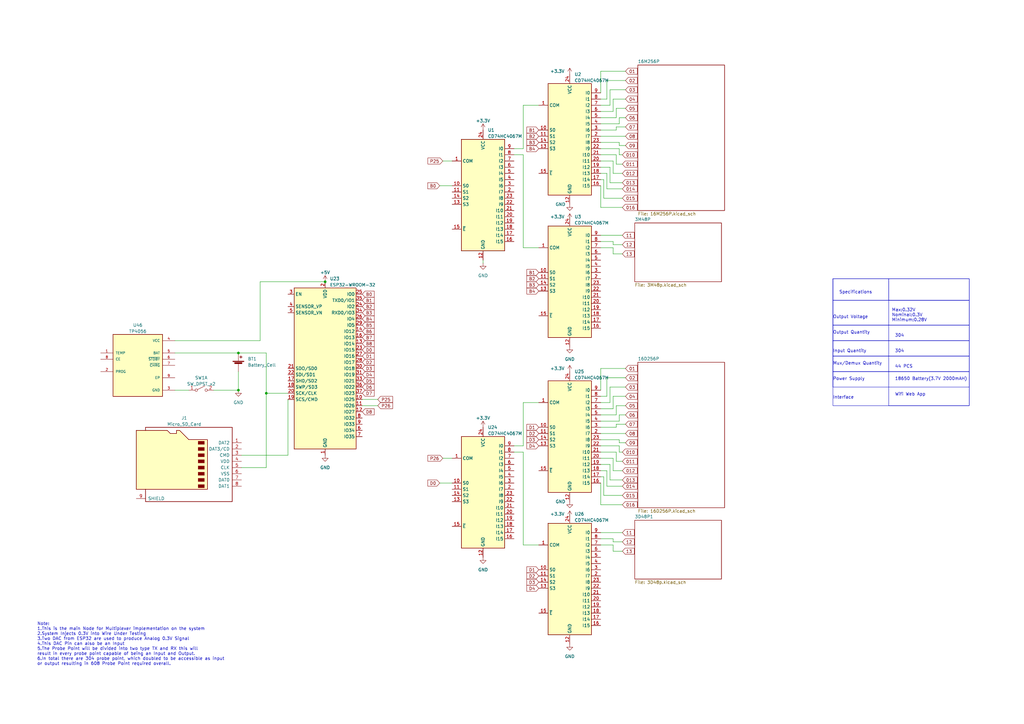
<source format=kicad_sch>
(kicad_sch (version 20230121) (generator eeschema)

  (uuid 92814852-6426-4325-b618-1622fe4cad6f)

  (paper "A3")

  (title_block
    (title "Automatic Continuity Tester")
    (rev "0")
    (company "UWC")
    (comment 1 "Danial Khir")
  )

  (lib_symbols
    (symbol "74xx:CD74HC4067M" (in_bom yes) (on_board yes)
      (property "Reference" "U" (at -8.89 22.86 0)
        (effects (font (size 1.27 1.27)) (justify left))
      )
      (property "Value" "CD74HC4067M" (at 1.27 22.86 0)
        (effects (font (size 1.27 1.27)) (justify left))
      )
      (property "Footprint" "Package_SO:SOIC-24W_7.5x15.4mm_P1.27mm" (at 22.86 -25.4 0)
        (effects (font (size 1.27 1.27) italic) hide)
      )
      (property "Datasheet" "http://www.ti.com/lit/ds/symlink/cd74hc4067.pdf" (at -8.89 21.59 0)
        (effects (font (size 1.27 1.27)) hide)
      )
      (property "ki_keywords" "multiplexer demultiplexer mux demux" (at 0 0 0)
        (effects (font (size 1.27 1.27)) hide)
      )
      (property "ki_description" "High-Speed CMOS Logic 16-Channel Analog Multiplexer/Demultiplexer, SOIC-24" (at 0 0 0)
        (effects (font (size 1.27 1.27)) hide)
      )
      (property "ki_fp_filters" "SOIC*W*7.5x15.4mm*P1.27mm*" (at 0 0 0)
        (effects (font (size 1.27 1.27)) hide)
      )
      (symbol "CD74HC4067M_0_1"
        (rectangle (start -8.89 21.59) (end 8.89 -24.13)
          (stroke (width 0.254) (type default))
          (fill (type background))
        )
      )
      (symbol "CD74HC4067M_1_1"
        (pin passive line (at -12.7 12.7 0) (length 3.81)
          (name "COM" (effects (font (size 1.27 1.27))))
          (number "1" (effects (font (size 1.27 1.27))))
        )
        (pin input line (at -12.7 2.54 0) (length 3.81)
          (name "S0" (effects (font (size 1.27 1.27))))
          (number "10" (effects (font (size 1.27 1.27))))
        )
        (pin input line (at -12.7 0 0) (length 3.81)
          (name "S1" (effects (font (size 1.27 1.27))))
          (number "11" (effects (font (size 1.27 1.27))))
        )
        (pin power_in line (at 0 -27.94 90) (length 3.81)
          (name "GND" (effects (font (size 1.27 1.27))))
          (number "12" (effects (font (size 1.27 1.27))))
        )
        (pin input line (at -12.7 -5.08 0) (length 3.81)
          (name "S3" (effects (font (size 1.27 1.27))))
          (number "13" (effects (font (size 1.27 1.27))))
        )
        (pin input line (at -12.7 -2.54 0) (length 3.81)
          (name "S2" (effects (font (size 1.27 1.27))))
          (number "14" (effects (font (size 1.27 1.27))))
        )
        (pin input line (at -12.7 -15.24 0) (length 3.81)
          (name "~{E}" (effects (font (size 1.27 1.27))))
          (number "15" (effects (font (size 1.27 1.27))))
        )
        (pin passive line (at 12.7 -20.32 180) (length 3.81)
          (name "I15" (effects (font (size 1.27 1.27))))
          (number "16" (effects (font (size 1.27 1.27))))
        )
        (pin passive line (at 12.7 -17.78 180) (length 3.81)
          (name "I14" (effects (font (size 1.27 1.27))))
          (number "17" (effects (font (size 1.27 1.27))))
        )
        (pin passive line (at 12.7 -15.24 180) (length 3.81)
          (name "I13" (effects (font (size 1.27 1.27))))
          (number "18" (effects (font (size 1.27 1.27))))
        )
        (pin passive line (at 12.7 -12.7 180) (length 3.81)
          (name "I12" (effects (font (size 1.27 1.27))))
          (number "19" (effects (font (size 1.27 1.27))))
        )
        (pin passive line (at 12.7 0 180) (length 3.81)
          (name "I7" (effects (font (size 1.27 1.27))))
          (number "2" (effects (font (size 1.27 1.27))))
        )
        (pin passive line (at 12.7 -10.16 180) (length 3.81)
          (name "I11" (effects (font (size 1.27 1.27))))
          (number "20" (effects (font (size 1.27 1.27))))
        )
        (pin passive line (at 12.7 -7.62 180) (length 3.81)
          (name "I10" (effects (font (size 1.27 1.27))))
          (number "21" (effects (font (size 1.27 1.27))))
        )
        (pin passive line (at 12.7 -5.08 180) (length 3.81)
          (name "I9" (effects (font (size 1.27 1.27))))
          (number "22" (effects (font (size 1.27 1.27))))
        )
        (pin passive line (at 12.7 -2.54 180) (length 3.81)
          (name "I8" (effects (font (size 1.27 1.27))))
          (number "23" (effects (font (size 1.27 1.27))))
        )
        (pin power_in line (at 0 25.4 270) (length 3.81)
          (name "VCC" (effects (font (size 1.27 1.27))))
          (number "24" (effects (font (size 1.27 1.27))))
        )
        (pin passive line (at 12.7 2.54 180) (length 3.81)
          (name "I6" (effects (font (size 1.27 1.27))))
          (number "3" (effects (font (size 1.27 1.27))))
        )
        (pin passive line (at 12.7 5.08 180) (length 3.81)
          (name "I5" (effects (font (size 1.27 1.27))))
          (number "4" (effects (font (size 1.27 1.27))))
        )
        (pin passive line (at 12.7 7.62 180) (length 3.81)
          (name "I4" (effects (font (size 1.27 1.27))))
          (number "5" (effects (font (size 1.27 1.27))))
        )
        (pin passive line (at 12.7 10.16 180) (length 3.81)
          (name "I3" (effects (font (size 1.27 1.27))))
          (number "6" (effects (font (size 1.27 1.27))))
        )
        (pin passive line (at 12.7 12.7 180) (length 3.81)
          (name "I2" (effects (font (size 1.27 1.27))))
          (number "7" (effects (font (size 1.27 1.27))))
        )
        (pin passive line (at 12.7 15.24 180) (length 3.81)
          (name "I1" (effects (font (size 1.27 1.27))))
          (number "8" (effects (font (size 1.27 1.27))))
        )
        (pin passive line (at 12.7 17.78 180) (length 3.81)
          (name "I0" (effects (font (size 1.27 1.27))))
          (number "9" (effects (font (size 1.27 1.27))))
        )
      )
    )
    (symbol "Connector:Micro_SD_Card" (pin_names (offset 1.016)) (in_bom yes) (on_board yes)
      (property "Reference" "J" (at -16.51 15.24 0)
        (effects (font (size 1.27 1.27)))
      )
      (property "Value" "Micro_SD_Card" (at 16.51 15.24 0)
        (effects (font (size 1.27 1.27)) (justify right))
      )
      (property "Footprint" "" (at 29.21 7.62 0)
        (effects (font (size 1.27 1.27)) hide)
      )
      (property "Datasheet" "http://katalog.we-online.de/em/datasheet/693072010801.pdf" (at 0 0 0)
        (effects (font (size 1.27 1.27)) hide)
      )
      (property "ki_keywords" "connector SD microsd" (at 0 0 0)
        (effects (font (size 1.27 1.27)) hide)
      )
      (property "ki_description" "Micro SD Card Socket" (at 0 0 0)
        (effects (font (size 1.27 1.27)) hide)
      )
      (property "ki_fp_filters" "microSD*" (at 0 0 0)
        (effects (font (size 1.27 1.27)) hide)
      )
      (symbol "Micro_SD_Card_0_1"
        (rectangle (start -7.62 -9.525) (end -5.08 -10.795)
          (stroke (width 0) (type default))
          (fill (type outline))
        )
        (rectangle (start -7.62 -6.985) (end -5.08 -8.255)
          (stroke (width 0) (type default))
          (fill (type outline))
        )
        (rectangle (start -7.62 -4.445) (end -5.08 -5.715)
          (stroke (width 0) (type default))
          (fill (type outline))
        )
        (rectangle (start -7.62 -1.905) (end -5.08 -3.175)
          (stroke (width 0) (type default))
          (fill (type outline))
        )
        (rectangle (start -7.62 0.635) (end -5.08 -0.635)
          (stroke (width 0) (type default))
          (fill (type outline))
        )
        (rectangle (start -7.62 3.175) (end -5.08 1.905)
          (stroke (width 0) (type default))
          (fill (type outline))
        )
        (rectangle (start -7.62 5.715) (end -5.08 4.445)
          (stroke (width 0) (type default))
          (fill (type outline))
        )
        (rectangle (start -7.62 8.255) (end -5.08 6.985)
          (stroke (width 0) (type default))
          (fill (type outline))
        )
        (polyline
          (pts
            (xy 16.51 12.7)
            (xy 16.51 13.97)
            (xy -19.05 13.97)
            (xy -19.05 -16.51)
            (xy 16.51 -16.51)
            (xy 16.51 -11.43)
          )
          (stroke (width 0.254) (type default))
          (fill (type none))
        )
        (polyline
          (pts
            (xy -8.89 -11.43)
            (xy -8.89 8.89)
            (xy -1.27 8.89)
            (xy 2.54 12.7)
            (xy 3.81 12.7)
            (xy 3.81 11.43)
            (xy 6.35 11.43)
            (xy 7.62 12.7)
            (xy 20.32 12.7)
            (xy 20.32 -11.43)
            (xy -8.89 -11.43)
          )
          (stroke (width 0.254) (type default))
          (fill (type background))
        )
      )
      (symbol "Micro_SD_Card_1_1"
        (pin bidirectional line (at -22.86 7.62 0) (length 3.81)
          (name "DAT2" (effects (font (size 1.27 1.27))))
          (number "1" (effects (font (size 1.27 1.27))))
        )
        (pin bidirectional line (at -22.86 5.08 0) (length 3.81)
          (name "DAT3/CD" (effects (font (size 1.27 1.27))))
          (number "2" (effects (font (size 1.27 1.27))))
        )
        (pin input line (at -22.86 2.54 0) (length 3.81)
          (name "CMD" (effects (font (size 1.27 1.27))))
          (number "3" (effects (font (size 1.27 1.27))))
        )
        (pin power_in line (at -22.86 0 0) (length 3.81)
          (name "VDD" (effects (font (size 1.27 1.27))))
          (number "4" (effects (font (size 1.27 1.27))))
        )
        (pin input line (at -22.86 -2.54 0) (length 3.81)
          (name "CLK" (effects (font (size 1.27 1.27))))
          (number "5" (effects (font (size 1.27 1.27))))
        )
        (pin power_in line (at -22.86 -5.08 0) (length 3.81)
          (name "VSS" (effects (font (size 1.27 1.27))))
          (number "6" (effects (font (size 1.27 1.27))))
        )
        (pin bidirectional line (at -22.86 -7.62 0) (length 3.81)
          (name "DAT0" (effects (font (size 1.27 1.27))))
          (number "7" (effects (font (size 1.27 1.27))))
        )
        (pin bidirectional line (at -22.86 -10.16 0) (length 3.81)
          (name "DAT1" (effects (font (size 1.27 1.27))))
          (number "8" (effects (font (size 1.27 1.27))))
        )
        (pin passive line (at 20.32 -15.24 180) (length 3.81)
          (name "SHIELD" (effects (font (size 1.27 1.27))))
          (number "9" (effects (font (size 1.27 1.27))))
        )
      )
    )
    (symbol "Device:Battery_Cell" (pin_numbers hide) (pin_names (offset 0) hide) (in_bom yes) (on_board yes)
      (property "Reference" "BT" (at 2.54 2.54 0)
        (effects (font (size 1.27 1.27)) (justify left))
      )
      (property "Value" "Battery_Cell" (at 2.54 0 0)
        (effects (font (size 1.27 1.27)) (justify left))
      )
      (property "Footprint" "" (at 0 1.524 90)
        (effects (font (size 1.27 1.27)) hide)
      )
      (property "Datasheet" "~" (at 0 1.524 90)
        (effects (font (size 1.27 1.27)) hide)
      )
      (property "ki_keywords" "battery cell" (at 0 0 0)
        (effects (font (size 1.27 1.27)) hide)
      )
      (property "ki_description" "Single-cell battery" (at 0 0 0)
        (effects (font (size 1.27 1.27)) hide)
      )
      (symbol "Battery_Cell_0_1"
        (rectangle (start -2.286 1.778) (end 2.286 1.524)
          (stroke (width 0) (type default))
          (fill (type outline))
        )
        (rectangle (start -1.5748 1.1938) (end 1.4732 0.6858)
          (stroke (width 0) (type default))
          (fill (type outline))
        )
        (polyline
          (pts
            (xy 0 0.762)
            (xy 0 0)
          )
          (stroke (width 0) (type default))
          (fill (type none))
        )
        (polyline
          (pts
            (xy 0 1.778)
            (xy 0 2.54)
          )
          (stroke (width 0) (type default))
          (fill (type none))
        )
        (polyline
          (pts
            (xy 0.508 3.429)
            (xy 1.524 3.429)
          )
          (stroke (width 0.254) (type default))
          (fill (type none))
        )
        (polyline
          (pts
            (xy 1.016 3.937)
            (xy 1.016 2.921)
          )
          (stroke (width 0.254) (type default))
          (fill (type none))
        )
      )
      (symbol "Battery_Cell_1_1"
        (pin passive line (at 0 5.08 270) (length 2.54)
          (name "+" (effects (font (size 1.27 1.27))))
          (number "1" (effects (font (size 1.27 1.27))))
        )
        (pin passive line (at 0 -2.54 90) (length 2.54)
          (name "-" (effects (font (size 1.27 1.27))))
          (number "2" (effects (font (size 1.27 1.27))))
        )
      )
    )
    (symbol "RF_Module:ESP32-WROOM-32" (in_bom yes) (on_board yes)
      (property "Reference" "U" (at -12.7 34.29 0)
        (effects (font (size 1.27 1.27)) (justify left))
      )
      (property "Value" "ESP32-WROOM-32" (at 1.27 34.29 0)
        (effects (font (size 1.27 1.27)) (justify left))
      )
      (property "Footprint" "RF_Module:ESP32-WROOM-32" (at 0 -38.1 0)
        (effects (font (size 1.27 1.27)) hide)
      )
      (property "Datasheet" "https://www.espressif.com/sites/default/files/documentation/esp32-wroom-32_datasheet_en.pdf" (at -7.62 1.27 0)
        (effects (font (size 1.27 1.27)) hide)
      )
      (property "ki_keywords" "RF Radio BT ESP ESP32 Espressif onboard PCB antenna" (at 0 0 0)
        (effects (font (size 1.27 1.27)) hide)
      )
      (property "ki_description" "RF Module, ESP32-D0WDQ6 SoC, Wi-Fi 802.11b/g/n, Bluetooth, BLE, 32-bit, 2.7-3.6V, onboard antenna, SMD" (at 0 0 0)
        (effects (font (size 1.27 1.27)) hide)
      )
      (property "ki_fp_filters" "ESP32?WROOM?32*" (at 0 0 0)
        (effects (font (size 1.27 1.27)) hide)
      )
      (symbol "ESP32-WROOM-32_0_1"
        (rectangle (start -12.7 33.02) (end 12.7 -33.02)
          (stroke (width 0.254) (type default))
          (fill (type background))
        )
      )
      (symbol "ESP32-WROOM-32_1_1"
        (pin power_in line (at 0 -35.56 90) (length 2.54)
          (name "GND" (effects (font (size 1.27 1.27))))
          (number "1" (effects (font (size 1.27 1.27))))
        )
        (pin bidirectional line (at 15.24 -12.7 180) (length 2.54)
          (name "IO25" (effects (font (size 1.27 1.27))))
          (number "10" (effects (font (size 1.27 1.27))))
        )
        (pin bidirectional line (at 15.24 -15.24 180) (length 2.54)
          (name "IO26" (effects (font (size 1.27 1.27))))
          (number "11" (effects (font (size 1.27 1.27))))
        )
        (pin bidirectional line (at 15.24 -17.78 180) (length 2.54)
          (name "IO27" (effects (font (size 1.27 1.27))))
          (number "12" (effects (font (size 1.27 1.27))))
        )
        (pin bidirectional line (at 15.24 10.16 180) (length 2.54)
          (name "IO14" (effects (font (size 1.27 1.27))))
          (number "13" (effects (font (size 1.27 1.27))))
        )
        (pin bidirectional line (at 15.24 15.24 180) (length 2.54)
          (name "IO12" (effects (font (size 1.27 1.27))))
          (number "14" (effects (font (size 1.27 1.27))))
        )
        (pin passive line (at 0 -35.56 90) (length 2.54) hide
          (name "GND" (effects (font (size 1.27 1.27))))
          (number "15" (effects (font (size 1.27 1.27))))
        )
        (pin bidirectional line (at 15.24 12.7 180) (length 2.54)
          (name "IO13" (effects (font (size 1.27 1.27))))
          (number "16" (effects (font (size 1.27 1.27))))
        )
        (pin bidirectional line (at -15.24 -5.08 0) (length 2.54)
          (name "SHD/SD2" (effects (font (size 1.27 1.27))))
          (number "17" (effects (font (size 1.27 1.27))))
        )
        (pin bidirectional line (at -15.24 -7.62 0) (length 2.54)
          (name "SWP/SD3" (effects (font (size 1.27 1.27))))
          (number "18" (effects (font (size 1.27 1.27))))
        )
        (pin bidirectional line (at -15.24 -12.7 0) (length 2.54)
          (name "SCS/CMD" (effects (font (size 1.27 1.27))))
          (number "19" (effects (font (size 1.27 1.27))))
        )
        (pin power_in line (at 0 35.56 270) (length 2.54)
          (name "VDD" (effects (font (size 1.27 1.27))))
          (number "2" (effects (font (size 1.27 1.27))))
        )
        (pin bidirectional line (at -15.24 -10.16 0) (length 2.54)
          (name "SCK/CLK" (effects (font (size 1.27 1.27))))
          (number "20" (effects (font (size 1.27 1.27))))
        )
        (pin bidirectional line (at -15.24 0 0) (length 2.54)
          (name "SDO/SD0" (effects (font (size 1.27 1.27))))
          (number "21" (effects (font (size 1.27 1.27))))
        )
        (pin bidirectional line (at -15.24 -2.54 0) (length 2.54)
          (name "SDI/SD1" (effects (font (size 1.27 1.27))))
          (number "22" (effects (font (size 1.27 1.27))))
        )
        (pin bidirectional line (at 15.24 7.62 180) (length 2.54)
          (name "IO15" (effects (font (size 1.27 1.27))))
          (number "23" (effects (font (size 1.27 1.27))))
        )
        (pin bidirectional line (at 15.24 25.4 180) (length 2.54)
          (name "IO2" (effects (font (size 1.27 1.27))))
          (number "24" (effects (font (size 1.27 1.27))))
        )
        (pin bidirectional line (at 15.24 30.48 180) (length 2.54)
          (name "IO0" (effects (font (size 1.27 1.27))))
          (number "25" (effects (font (size 1.27 1.27))))
        )
        (pin bidirectional line (at 15.24 20.32 180) (length 2.54)
          (name "IO4" (effects (font (size 1.27 1.27))))
          (number "26" (effects (font (size 1.27 1.27))))
        )
        (pin bidirectional line (at 15.24 5.08 180) (length 2.54)
          (name "IO16" (effects (font (size 1.27 1.27))))
          (number "27" (effects (font (size 1.27 1.27))))
        )
        (pin bidirectional line (at 15.24 2.54 180) (length 2.54)
          (name "IO17" (effects (font (size 1.27 1.27))))
          (number "28" (effects (font (size 1.27 1.27))))
        )
        (pin bidirectional line (at 15.24 17.78 180) (length 2.54)
          (name "IO5" (effects (font (size 1.27 1.27))))
          (number "29" (effects (font (size 1.27 1.27))))
        )
        (pin input line (at -15.24 30.48 0) (length 2.54)
          (name "EN" (effects (font (size 1.27 1.27))))
          (number "3" (effects (font (size 1.27 1.27))))
        )
        (pin bidirectional line (at 15.24 0 180) (length 2.54)
          (name "IO18" (effects (font (size 1.27 1.27))))
          (number "30" (effects (font (size 1.27 1.27))))
        )
        (pin bidirectional line (at 15.24 -2.54 180) (length 2.54)
          (name "IO19" (effects (font (size 1.27 1.27))))
          (number "31" (effects (font (size 1.27 1.27))))
        )
        (pin no_connect line (at -12.7 -27.94 0) (length 2.54) hide
          (name "NC" (effects (font (size 1.27 1.27))))
          (number "32" (effects (font (size 1.27 1.27))))
        )
        (pin bidirectional line (at 15.24 -5.08 180) (length 2.54)
          (name "IO21" (effects (font (size 1.27 1.27))))
          (number "33" (effects (font (size 1.27 1.27))))
        )
        (pin bidirectional line (at 15.24 22.86 180) (length 2.54)
          (name "RXD0/IO3" (effects (font (size 1.27 1.27))))
          (number "34" (effects (font (size 1.27 1.27))))
        )
        (pin bidirectional line (at 15.24 27.94 180) (length 2.54)
          (name "TXD0/IO1" (effects (font (size 1.27 1.27))))
          (number "35" (effects (font (size 1.27 1.27))))
        )
        (pin bidirectional line (at 15.24 -7.62 180) (length 2.54)
          (name "IO22" (effects (font (size 1.27 1.27))))
          (number "36" (effects (font (size 1.27 1.27))))
        )
        (pin bidirectional line (at 15.24 -10.16 180) (length 2.54)
          (name "IO23" (effects (font (size 1.27 1.27))))
          (number "37" (effects (font (size 1.27 1.27))))
        )
        (pin passive line (at 0 -35.56 90) (length 2.54) hide
          (name "GND" (effects (font (size 1.27 1.27))))
          (number "38" (effects (font (size 1.27 1.27))))
        )
        (pin passive line (at 0 -35.56 90) (length 2.54) hide
          (name "GND" (effects (font (size 1.27 1.27))))
          (number "39" (effects (font (size 1.27 1.27))))
        )
        (pin input line (at -15.24 25.4 0) (length 2.54)
          (name "SENSOR_VP" (effects (font (size 1.27 1.27))))
          (number "4" (effects (font (size 1.27 1.27))))
        )
        (pin input line (at -15.24 22.86 0) (length 2.54)
          (name "SENSOR_VN" (effects (font (size 1.27 1.27))))
          (number "5" (effects (font (size 1.27 1.27))))
        )
        (pin input line (at 15.24 -25.4 180) (length 2.54)
          (name "IO34" (effects (font (size 1.27 1.27))))
          (number "6" (effects (font (size 1.27 1.27))))
        )
        (pin input line (at 15.24 -27.94 180) (length 2.54)
          (name "IO35" (effects (font (size 1.27 1.27))))
          (number "7" (effects (font (size 1.27 1.27))))
        )
        (pin bidirectional line (at 15.24 -20.32 180) (length 2.54)
          (name "IO32" (effects (font (size 1.27 1.27))))
          (number "8" (effects (font (size 1.27 1.27))))
        )
        (pin bidirectional line (at 15.24 -22.86 180) (length 2.54)
          (name "IO33" (effects (font (size 1.27 1.27))))
          (number "9" (effects (font (size 1.27 1.27))))
        )
      )
    )
    (symbol "Switch:SW_DPST_x2" (pin_names (offset 0) hide) (in_bom yes) (on_board yes)
      (property "Reference" "SW" (at 0 3.175 0)
        (effects (font (size 1.27 1.27)))
      )
      (property "Value" "SW_DPST_x2" (at 0 -2.54 0)
        (effects (font (size 1.27 1.27)))
      )
      (property "Footprint" "" (at 0 0 0)
        (effects (font (size 1.27 1.27)) hide)
      )
      (property "Datasheet" "~" (at 0 0 0)
        (effects (font (size 1.27 1.27)) hide)
      )
      (property "ki_keywords" "switch lever" (at 0 0 0)
        (effects (font (size 1.27 1.27)) hide)
      )
      (property "ki_description" "Single Pole Single Throw (SPST) switch, separate symbol" (at 0 0 0)
        (effects (font (size 1.27 1.27)) hide)
      )
      (symbol "SW_DPST_x2_0_0"
        (circle (center -2.032 0) (radius 0.508)
          (stroke (width 0) (type default))
          (fill (type none))
        )
        (polyline
          (pts
            (xy -1.524 0.254)
            (xy 1.524 1.778)
          )
          (stroke (width 0) (type default))
          (fill (type none))
        )
        (circle (center 2.032 0) (radius 0.508)
          (stroke (width 0) (type default))
          (fill (type none))
        )
      )
      (symbol "SW_DPST_x2_1_1"
        (pin passive line (at -5.08 0 0) (length 2.54)
          (name "A" (effects (font (size 1.27 1.27))))
          (number "1" (effects (font (size 1.27 1.27))))
        )
        (pin passive line (at 5.08 0 180) (length 2.54)
          (name "B" (effects (font (size 1.27 1.27))))
          (number "2" (effects (font (size 1.27 1.27))))
        )
      )
      (symbol "SW_DPST_x2_2_1"
        (pin passive line (at -5.08 0 0) (length 2.54)
          (name "A" (effects (font (size 1.27 1.27))))
          (number "3" (effects (font (size 1.27 1.27))))
        )
        (pin passive line (at 5.08 0 180) (length 2.54)
          (name "B" (effects (font (size 1.27 1.27))))
          (number "4" (effects (font (size 1.27 1.27))))
        )
      )
    )
    (symbol "TP4056:TP4056" (pin_names (offset 1.016)) (in_bom yes) (on_board yes)
      (property "Reference" "U" (at -10.16 13.208 0)
        (effects (font (size 1.27 1.27)) (justify left bottom))
      )
      (property "Value" "TP4056" (at -10.16 -15.24 0)
        (effects (font (size 1.27 1.27)) (justify left bottom))
      )
      (property "Footprint" "TP4056:SOP127P600X175-9N" (at 0 0 0)
        (effects (font (size 1.27 1.27)) (justify bottom) hide)
      )
      (property "Datasheet" "" (at 0 0 0)
        (effects (font (size 1.27 1.27)) hide)
      )
      (property "MF" "NanJing Top Power ASIC Corp." (at 0 0 0)
        (effects (font (size 1.27 1.27)) (justify bottom) hide)
      )
      (property "MAXIMUM_PACKAGE_HEIGHT" "1.75mm" (at 0 0 0)
        (effects (font (size 1.27 1.27)) (justify bottom) hide)
      )
      (property "Package" "Package" (at 0 0 0)
        (effects (font (size 1.27 1.27)) (justify bottom) hide)
      )
      (property "Price" "None" (at 0 0 0)
        (effects (font (size 1.27 1.27)) (justify bottom) hide)
      )
      (property "Check_prices" "https://www.snapeda.com/parts/TP4056/NanJing+Top+Power+ASIC+Corp./view-part/?ref=eda" (at 0 0 0)
        (effects (font (size 1.27 1.27)) (justify bottom) hide)
      )
      (property "STANDARD" "IPC 7351B" (at 0 0 0)
        (effects (font (size 1.27 1.27)) (justify bottom) hide)
      )
      (property "SnapEDA_Link" "https://www.snapeda.com/parts/TP4056/NanJing+Top+Power+ASIC+Corp./view-part/?ref=snap" (at 0 0 0)
        (effects (font (size 1.27 1.27)) (justify bottom) hide)
      )
      (property "MP" "TP4056" (at 0 0 0)
        (effects (font (size 1.27 1.27)) (justify bottom) hide)
      )
      (property "Description" "\nComplete single cell Li-Ion battery with a constant current / constant voltage linear charger\n" (at 0 0 0)
        (effects (font (size 1.27 1.27)) (justify bottom) hide)
      )
      (property "Availability" "Not in stock" (at 0 0 0)
        (effects (font (size 1.27 1.27)) (justify bottom) hide)
      )
      (property "MANUFACTURER" "NanJing Top Power ASIC Corp." (at 0 0 0)
        (effects (font (size 1.27 1.27)) (justify bottom) hide)
      )
      (symbol "TP4056_0_0"
        (rectangle (start -10.16 -12.7) (end 10.16 12.7)
          (stroke (width 0.254) (type default))
          (fill (type background))
        )
        (pin input line (at -15.24 5.08 0) (length 5.08)
          (name "TEMP" (effects (font (size 1.016 1.016))))
          (number "1" (effects (font (size 1.016 1.016))))
        )
        (pin bidirectional line (at -15.24 -2.54 0) (length 5.08)
          (name "PROG" (effects (font (size 1.016 1.016))))
          (number "2" (effects (font (size 1.016 1.016))))
        )
        (pin power_in line (at 15.24 -10.16 180) (length 5.08)
          (name "GND" (effects (font (size 1.016 1.016))))
          (number "3" (effects (font (size 1.016 1.016))))
        )
        (pin power_in line (at 15.24 10.16 180) (length 5.08)
          (name "VCC" (effects (font (size 1.016 1.016))))
          (number "4" (effects (font (size 1.016 1.016))))
        )
        (pin output line (at 15.24 5.08 180) (length 5.08)
          (name "BAT" (effects (font (size 1.016 1.016))))
          (number "5" (effects (font (size 1.016 1.016))))
        )
        (pin output line (at 15.24 2.54 180) (length 5.08)
          (name "~{STDBY}" (effects (font (size 1.016 1.016))))
          (number "6" (effects (font (size 1.016 1.016))))
        )
        (pin output line (at 15.24 0 180) (length 5.08)
          (name "~{CHRG}" (effects (font (size 1.016 1.016))))
          (number "7" (effects (font (size 1.016 1.016))))
        )
        (pin input line (at -15.24 2.54 0) (length 5.08)
          (name "CE" (effects (font (size 1.016 1.016))))
          (number "8" (effects (font (size 1.016 1.016))))
        )
        (pin passive line (at 15.24 -5.08 180) (length 5.08)
          (name "EP" (effects (font (size 1.016 1.016))))
          (number "9" (effects (font (size 1.016 1.016))))
        )
      )
    )
    (symbol "power:+3.3V" (power) (pin_names (offset 0)) (in_bom yes) (on_board yes)
      (property "Reference" "#PWR" (at 0 -3.81 0)
        (effects (font (size 1.27 1.27)) hide)
      )
      (property "Value" "+3.3V" (at 0 3.556 0)
        (effects (font (size 1.27 1.27)))
      )
      (property "Footprint" "" (at 0 0 0)
        (effects (font (size 1.27 1.27)) hide)
      )
      (property "Datasheet" "" (at 0 0 0)
        (effects (font (size 1.27 1.27)) hide)
      )
      (property "ki_keywords" "global power" (at 0 0 0)
        (effects (font (size 1.27 1.27)) hide)
      )
      (property "ki_description" "Power symbol creates a global label with name \"+3.3V\"" (at 0 0 0)
        (effects (font (size 1.27 1.27)) hide)
      )
      (symbol "+3.3V_0_1"
        (polyline
          (pts
            (xy -0.762 1.27)
            (xy 0 2.54)
          )
          (stroke (width 0) (type default))
          (fill (type none))
        )
        (polyline
          (pts
            (xy 0 0)
            (xy 0 2.54)
          )
          (stroke (width 0) (type default))
          (fill (type none))
        )
        (polyline
          (pts
            (xy 0 2.54)
            (xy 0.762 1.27)
          )
          (stroke (width 0) (type default))
          (fill (type none))
        )
      )
      (symbol "+3.3V_1_1"
        (pin power_in line (at 0 0 90) (length 0) hide
          (name "+3.3V" (effects (font (size 1.27 1.27))))
          (number "1" (effects (font (size 1.27 1.27))))
        )
      )
    )
    (symbol "power:+5V" (power) (pin_names (offset 0)) (in_bom yes) (on_board yes)
      (property "Reference" "#PWR" (at 0 -3.81 0)
        (effects (font (size 1.27 1.27)) hide)
      )
      (property "Value" "+5V" (at 0 3.556 0)
        (effects (font (size 1.27 1.27)))
      )
      (property "Footprint" "" (at 0 0 0)
        (effects (font (size 1.27 1.27)) hide)
      )
      (property "Datasheet" "" (at 0 0 0)
        (effects (font (size 1.27 1.27)) hide)
      )
      (property "ki_keywords" "global power" (at 0 0 0)
        (effects (font (size 1.27 1.27)) hide)
      )
      (property "ki_description" "Power symbol creates a global label with name \"+5V\"" (at 0 0 0)
        (effects (font (size 1.27 1.27)) hide)
      )
      (symbol "+5V_0_1"
        (polyline
          (pts
            (xy -0.762 1.27)
            (xy 0 2.54)
          )
          (stroke (width 0) (type default))
          (fill (type none))
        )
        (polyline
          (pts
            (xy 0 0)
            (xy 0 2.54)
          )
          (stroke (width 0) (type default))
          (fill (type none))
        )
        (polyline
          (pts
            (xy 0 2.54)
            (xy 0.762 1.27)
          )
          (stroke (width 0) (type default))
          (fill (type none))
        )
      )
      (symbol "+5V_1_1"
        (pin power_in line (at 0 0 90) (length 0) hide
          (name "+5V" (effects (font (size 1.27 1.27))))
          (number "1" (effects (font (size 1.27 1.27))))
        )
      )
    )
    (symbol "power:GND" (power) (pin_names (offset 0)) (in_bom yes) (on_board yes)
      (property "Reference" "#PWR" (at 0 -6.35 0)
        (effects (font (size 1.27 1.27)) hide)
      )
      (property "Value" "GND" (at 0 -3.81 0)
        (effects (font (size 1.27 1.27)))
      )
      (property "Footprint" "" (at 0 0 0)
        (effects (font (size 1.27 1.27)) hide)
      )
      (property "Datasheet" "" (at 0 0 0)
        (effects (font (size 1.27 1.27)) hide)
      )
      (property "ki_keywords" "global power" (at 0 0 0)
        (effects (font (size 1.27 1.27)) hide)
      )
      (property "ki_description" "Power symbol creates a global label with name \"GND\" , ground" (at 0 0 0)
        (effects (font (size 1.27 1.27)) hide)
      )
      (symbol "GND_0_1"
        (polyline
          (pts
            (xy 0 0)
            (xy 0 -1.27)
            (xy 1.27 -1.27)
            (xy 0 -2.54)
            (xy -1.27 -1.27)
            (xy 0 -1.27)
          )
          (stroke (width 0) (type default))
          (fill (type none))
        )
      )
      (symbol "GND_1_1"
        (pin power_in line (at 0 0 270) (length 0) hide
          (name "GND" (effects (font (size 1.27 1.27))))
          (number "1" (effects (font (size 1.27 1.27))))
        )
      )
    )
  )

  (junction (at 109.22 161.29) (diameter 0) (color 0 0 0 0)
    (uuid 0e088b95-a948-4cc0-a74f-602872217843)
  )
  (junction (at 133.35 115.57) (diameter 0) (color 0 0 0 0)
    (uuid 8cdaed39-69b4-4ab8-8bff-d45e16893265)
  )
  (junction (at 97.79 144.78) (diameter 0) (color 0 0 0 0)
    (uuid 8dac8ae0-362f-4987-84c7-2a591fcac832)
  )
  (junction (at 97.79 160.02) (diameter 0) (color 0 0 0 0)
    (uuid f486a263-e670-4289-9d60-877757ccbfdb)
  )

  (wire (pts (xy 250.19 74.93) (xy 255.27 74.93))
    (stroke (width 0) (type default))
    (uuid 059d375b-e941-443a-b259-e3dcd17aaa29)
  )
  (wire (pts (xy 250.19 196.85) (xy 255.27 196.85))
    (stroke (width 0) (type default))
    (uuid 072869ca-dd86-4eed-bbe7-8cd16de18bd7)
  )
  (wire (pts (xy 210.82 185.42) (xy 214.63 185.42))
    (stroke (width 0) (type default))
    (uuid 07d34a7d-1e8d-45eb-b5c9-5278b1735585)
  )
  (wire (pts (xy 148.59 166.37) (xy 154.94 166.37))
    (stroke (width 0) (type default))
    (uuid 08fea0bd-5091-4b66-a2b2-0b0725506cd3)
  )
  (wire (pts (xy 246.38 177.8) (xy 256.54 177.8))
    (stroke (width 0) (type default))
    (uuid 0faa74fa-b05e-48ac-9be4-744fa1c0fb37)
  )
  (wire (pts (xy 233.68 90.17) (xy 233.68 88.9))
    (stroke (width 0) (type default))
    (uuid 0fb58924-1507-4130-b077-ea1644244b53)
  )
  (wire (pts (xy 246.38 96.52) (xy 255.27 96.52))
    (stroke (width 0) (type default))
    (uuid 10010af9-f00b-4256-a26a-76b746a3e5b2)
  )
  (wire (pts (xy 246.38 58.42) (xy 254 58.42))
    (stroke (width 0) (type default))
    (uuid 10165b7d-4293-4345-860c-25ce4a3b46ed)
  )
  (wire (pts (xy 254 172.72) (xy 254 170.18))
    (stroke (width 0) (type default))
    (uuid 11a40490-f907-4c0a-9d47-8a491079ee78)
  )
  (wire (pts (xy 246.38 162.56) (xy 248.92 162.56))
    (stroke (width 0) (type default))
    (uuid 17bb66ae-5015-4572-a949-209d93a12f68)
  )
  (wire (pts (xy 247.65 81.28) (xy 255.27 81.28))
    (stroke (width 0) (type default))
    (uuid 1821254c-7ba6-4879-81c8-85ab63e7a3b9)
  )
  (wire (pts (xy 246.38 68.58) (xy 250.19 68.58))
    (stroke (width 0) (type default))
    (uuid 1a89a91c-5774-4b93-977f-ddcfd442a107)
  )
  (wire (pts (xy 251.46 167.64) (xy 251.46 162.56))
    (stroke (width 0) (type default))
    (uuid 1c3297db-f250-4fe4-9d01-077fdafe7dec)
  )
  (wire (pts (xy 246.38 207.01) (xy 255.27 207.01))
    (stroke (width 0) (type default))
    (uuid 1d23464a-3a67-4272-acb5-f3628f032d69)
  )
  (wire (pts (xy 246.38 220.98) (xy 251.46 220.98))
    (stroke (width 0) (type default))
    (uuid 1dcd43e1-a004-431d-a6ab-7aed6674a6a4)
  )
  (wire (pts (xy 246.38 223.52) (xy 251.46 223.52))
    (stroke (width 0) (type default))
    (uuid 20f31ecf-95bf-43c7-bbe2-7d17a17bd58b)
  )
  (wire (pts (xy 99.06 191.77) (xy 109.22 191.77))
    (stroke (width 0) (type default))
    (uuid 220d3513-6a53-4673-a51e-e9f17990cd7a)
  )
  (wire (pts (xy 247.65 195.58) (xy 247.65 203.2))
    (stroke (width 0) (type default))
    (uuid 235c87d9-1817-49d2-80a8-2f7d7a103aa8)
  )
  (wire (pts (xy 251.46 187.96) (xy 251.46 193.04))
    (stroke (width 0) (type default))
    (uuid 255010b8-1fff-48e1-8a97-1a5620b96f6b)
  )
  (wire (pts (xy 198.12 107.95) (xy 198.12 106.68))
    (stroke (width 0) (type default))
    (uuid 27e4131e-411f-4d53-8250-613e78ef75ea)
  )
  (wire (pts (xy 252.73 166.37) (xy 256.54 166.37))
    (stroke (width 0) (type default))
    (uuid 2c6aecdf-30b8-4a06-8670-1197d148e4d8)
  )
  (wire (pts (xy 214.63 165.1) (xy 220.98 165.1))
    (stroke (width 0) (type default))
    (uuid 2c82a582-a82f-494a-8c54-35edcf0e849c)
  )
  (wire (pts (xy 250.19 68.58) (xy 250.19 74.93))
    (stroke (width 0) (type default))
    (uuid 2e984be0-093d-41bc-a9e0-079da70385d7)
  )
  (wire (pts (xy 254 58.42) (xy 254 59.69))
    (stroke (width 0) (type default))
    (uuid 2fbb2328-50c7-467f-807a-ba1bbf8d5e22)
  )
  (wire (pts (xy 180.34 198.12) (xy 185.42 198.12))
    (stroke (width 0) (type default))
    (uuid 316dc017-e143-430f-8ca1-383d9f261a84)
  )
  (wire (pts (xy 250.19 190.5) (xy 250.19 196.85))
    (stroke (width 0) (type default))
    (uuid 32e84131-1a52-428f-b36f-ab8ff8733f9a)
  )
  (wire (pts (xy 246.38 172.72) (xy 254 172.72))
    (stroke (width 0) (type default))
    (uuid 330985fc-3581-4ee2-9861-36ba719a1833)
  )
  (wire (pts (xy 252.73 53.34) (xy 252.73 52.07))
    (stroke (width 0) (type default))
    (uuid 34abfb2e-ae98-441c-b10f-e93ddb819638)
  )
  (wire (pts (xy 180.34 76.2) (xy 185.42 76.2))
    (stroke (width 0) (type default))
    (uuid 358116c3-7455-4ede-97e6-ecfce3c8bd43)
  )
  (wire (pts (xy 254 182.88) (xy 254 185.42))
    (stroke (width 0) (type default))
    (uuid 3668e40d-3ec8-4983-bc9c-8d4456a8cdd2)
  )
  (wire (pts (xy 246.38 60.96) (xy 254 60.96))
    (stroke (width 0) (type default))
    (uuid 37166a96-b596-4efe-b09d-4d30bc58892f)
  )
  (wire (pts (xy 251.46 99.06) (xy 251.46 100.33))
    (stroke (width 0) (type default))
    (uuid 3a292155-48c7-41e2-8408-555928f03e3c)
  )
  (wire (pts (xy 246.38 38.1) (xy 246.38 29.21))
    (stroke (width 0) (type default))
    (uuid 3c0c4d18-a18e-437f-bee0-4cd4d848b5b5)
  )
  (wire (pts (xy 246.38 160.02) (xy 246.38 151.13))
    (stroke (width 0) (type default))
    (uuid 3d05c0d8-dccc-417d-b607-d2c315611902)
  )
  (wire (pts (xy 252.73 175.26) (xy 252.73 173.99))
    (stroke (width 0) (type default))
    (uuid 3e7e674d-5136-4d2e-b65f-000e61562375)
  )
  (wire (pts (xy 246.38 76.2) (xy 246.38 85.09))
    (stroke (width 0) (type default))
    (uuid 425ea097-0ef2-4940-a684-0c29a5c3c92a)
  )
  (wire (pts (xy 246.38 175.26) (xy 252.73 175.26))
    (stroke (width 0) (type default))
    (uuid 42ef5f33-be6a-4dce-b2ce-c4d44069cb32)
  )
  (wire (pts (xy 71.755 144.78) (xy 97.79 144.78))
    (stroke (width 0) (type default))
    (uuid 432bd3ea-33f9-4b35-aa54-fa1df4edf46a)
  )
  (wire (pts (xy 247.65 203.2) (xy 255.27 203.2))
    (stroke (width 0) (type default))
    (uuid 43d99cc0-d119-43e3-9b54-baf713528b89)
  )
  (wire (pts (xy 247.65 73.66) (xy 247.65 81.28))
    (stroke (width 0) (type default))
    (uuid 443b566c-a309-4216-97bc-59e980bec440)
  )
  (wire (pts (xy 246.38 165.1) (xy 250.19 165.1))
    (stroke (width 0) (type default))
    (uuid 44aa0f96-c609-4cb8-959b-42c85c648c87)
  )
  (wire (pts (xy 246.38 198.12) (xy 246.38 207.01))
    (stroke (width 0) (type default))
    (uuid 49abbf91-5c4d-4d0c-892e-2a4a33fb94c3)
  )
  (wire (pts (xy 254 185.42) (xy 255.27 185.42))
    (stroke (width 0) (type default))
    (uuid 4a19f9bf-09bd-4171-be45-7114b6d03c8f)
  )
  (wire (pts (xy 246.38 99.06) (xy 251.46 99.06))
    (stroke (width 0) (type default))
    (uuid 4aa25db4-944c-4ecc-b849-050493b353eb)
  )
  (wire (pts (xy 254 60.96) (xy 254 63.5))
    (stroke (width 0) (type default))
    (uuid 4c54a268-29a2-4982-8b36-cd4478cf1abe)
  )
  (wire (pts (xy 246.38 218.44) (xy 255.27 218.44))
    (stroke (width 0) (type default))
    (uuid 4c63dd80-633f-4ad0-9c42-7ec88fe23a5b)
  )
  (wire (pts (xy 214.63 185.42) (xy 214.63 223.52))
    (stroke (width 0) (type default))
    (uuid 4cb7c457-0180-4698-bb38-388e94b5c326)
  )
  (wire (pts (xy 246.38 180.34) (xy 254 180.34))
    (stroke (width 0) (type default))
    (uuid 4d1ca68d-9b94-4b9d-ae05-9b313b2393d8)
  )
  (wire (pts (xy 254 59.69) (xy 256.54 59.69))
    (stroke (width 0) (type default))
    (uuid 53b863fc-5375-4cb9-b37f-0edbdff07cce)
  )
  (wire (pts (xy 251.46 104.14) (xy 255.27 104.14))
    (stroke (width 0) (type default))
    (uuid 57fa956e-1acf-40ab-aa9b-8fec3b7e06ac)
  )
  (wire (pts (xy 248.92 33.02) (xy 256.54 33.02))
    (stroke (width 0) (type default))
    (uuid 589254a6-a50f-4899-968a-b1065e2f0099)
  )
  (wire (pts (xy 181.61 66.04) (xy 185.42 66.04))
    (stroke (width 0) (type default))
    (uuid 5a0cfab6-1958-4a2e-a351-72a9190a2ec5)
  )
  (wire (pts (xy 251.46 40.64) (xy 256.54 40.64))
    (stroke (width 0) (type default))
    (uuid 5c42ea40-21f4-435c-9f5f-7db11b145d04)
  )
  (wire (pts (xy 233.68 212.09) (xy 233.68 210.82))
    (stroke (width 0) (type default))
    (uuid 5daa1fcd-dd43-4aa4-907e-879ddf304cac)
  )
  (wire (pts (xy 246.38 182.88) (xy 254 182.88))
    (stroke (width 0) (type default))
    (uuid 5f01929a-2682-465e-a305-87c3d78fa02d)
  )
  (wire (pts (xy 246.38 50.8) (xy 254 50.8))
    (stroke (width 0) (type default))
    (uuid 61acd490-5832-406b-a435-2e87aaf643b7)
  )
  (wire (pts (xy 246.38 71.12) (xy 248.92 71.12))
    (stroke (width 0) (type default))
    (uuid 62df10fb-e6e5-401b-a615-0bbf0b3d62e2)
  )
  (wire (pts (xy 148.59 163.83) (xy 154.94 163.83))
    (stroke (width 0) (type default))
    (uuid 639646de-aa08-4d64-8b7d-2a0d414c9d42)
  )
  (wire (pts (xy 254 181.61) (xy 256.54 181.61))
    (stroke (width 0) (type default))
    (uuid 63f16be2-8a2d-40b0-9ed0-93e0a52fdcae)
  )
  (wire (pts (xy 214.63 63.5) (xy 214.63 101.6))
    (stroke (width 0) (type default))
    (uuid 696bfd7c-8d90-4c23-bfa1-04efe32f4e83)
  )
  (wire (pts (xy 246.38 195.58) (xy 247.65 195.58))
    (stroke (width 0) (type default))
    (uuid 6b24abdf-bc1b-4eeb-936c-e9e5673780f8)
  )
  (wire (pts (xy 251.46 100.33) (xy 255.27 100.33))
    (stroke (width 0) (type default))
    (uuid 6de53589-9805-467d-8600-9fad21f69406)
  )
  (wire (pts (xy 251.46 222.25) (xy 255.27 222.25))
    (stroke (width 0) (type default))
    (uuid 6faf863c-06c0-4ba6-8caa-c7d151843cf1)
  )
  (wire (pts (xy 250.19 158.75) (xy 256.54 158.75))
    (stroke (width 0) (type default))
    (uuid 70e7071d-2954-4a24-8c25-16b8bff306f9)
  )
  (wire (pts (xy 246.38 63.5) (xy 252.73 63.5))
    (stroke (width 0) (type default))
    (uuid 7105087f-1dd7-4447-9656-27e3f8ec04b2)
  )
  (wire (pts (xy 246.38 73.66) (xy 247.65 73.66))
    (stroke (width 0) (type default))
    (uuid 7115258a-5ce7-4657-b576-e39fbdb7e1b9)
  )
  (wire (pts (xy 181.61 187.96) (xy 185.42 187.96))
    (stroke (width 0) (type default))
    (uuid 72733293-7548-4743-867a-a35b80a05dd3)
  )
  (wire (pts (xy 214.63 182.88) (xy 214.63 165.1))
    (stroke (width 0) (type default))
    (uuid 7483f09e-aa84-478e-8840-428d9e70d841)
  )
  (wire (pts (xy 71.755 160.02) (xy 77.47 160.02))
    (stroke (width 0) (type default))
    (uuid 78a58de3-100d-4316-a7e2-7d015a0fae67)
  )
  (wire (pts (xy 251.46 101.6) (xy 251.46 104.14))
    (stroke (width 0) (type default))
    (uuid 79b36e03-12ab-47fb-91a4-04ae27367004)
  )
  (wire (pts (xy 248.92 199.39) (xy 255.27 199.39))
    (stroke (width 0) (type default))
    (uuid 7b937222-4d92-4f8b-a646-e71261abb933)
  )
  (wire (pts (xy 252.73 189.23) (xy 255.27 189.23))
    (stroke (width 0) (type default))
    (uuid 7bc9ca97-843c-4390-995d-f6b16190bb4d)
  )
  (wire (pts (xy 246.38 167.64) (xy 251.46 167.64))
    (stroke (width 0) (type default))
    (uuid 80e0c736-77c4-4ae0-87aa-bcc5ee0095c4)
  )
  (wire (pts (xy 250.19 36.83) (xy 256.54 36.83))
    (stroke (width 0) (type default))
    (uuid 81c32466-ddb9-4c6c-b51d-c2fbf179321b)
  )
  (wire (pts (xy 252.73 170.18) (xy 252.73 166.37))
    (stroke (width 0) (type default))
    (uuid 874becfe-bc4b-42c3-a2cb-003c89175b43)
  )
  (wire (pts (xy 248.92 77.47) (xy 255.27 77.47))
    (stroke (width 0) (type default))
    (uuid 87b5b0da-e527-4617-ac97-54b9436db3f9)
  )
  (wire (pts (xy 214.63 182.88) (xy 210.82 182.88))
    (stroke (width 0) (type default))
    (uuid 88ce41fb-e186-4c0b-a3a2-33319fa57edd)
  )
  (wire (pts (xy 71.755 139.7) (xy 106.68 139.7))
    (stroke (width 0) (type default))
    (uuid 8b345da4-0aee-4356-a010-a14a71624590)
  )
  (wire (pts (xy 246.38 101.6) (xy 251.46 101.6))
    (stroke (width 0) (type default))
    (uuid 918e549b-1c8f-4c71-adb2-3ddf2e1ffcec)
  )
  (wire (pts (xy 246.38 187.96) (xy 251.46 187.96))
    (stroke (width 0) (type default))
    (uuid 91ac34ff-5070-4036-ba88-e1c3ead59476)
  )
  (wire (pts (xy 251.46 45.72) (xy 251.46 40.64))
    (stroke (width 0) (type default))
    (uuid 92a28695-01cf-4364-bd62-b54e9bb23442)
  )
  (wire (pts (xy 109.22 161.29) (xy 118.11 161.29))
    (stroke (width 0) (type default))
    (uuid 9527cf1d-c590-495d-80dc-fca1a4e75f8d)
  )
  (wire (pts (xy 251.46 226.06) (xy 255.27 226.06))
    (stroke (width 0) (type default))
    (uuid 96903cf9-d5ba-4570-a130-c78588cac343)
  )
  (wire (pts (xy 246.38 85.09) (xy 255.27 85.09))
    (stroke (width 0) (type default))
    (uuid 98f1bd89-f43b-408a-9c60-0494f46d1307)
  )
  (wire (pts (xy 109.22 144.78) (xy 97.79 144.78))
    (stroke (width 0) (type default))
    (uuid 9d013718-7114-4b4e-9686-002a98497727)
  )
  (wire (pts (xy 248.92 40.64) (xy 248.92 33.02))
    (stroke (width 0) (type default))
    (uuid a246f171-dad9-46bc-9e9f-a37e6f12d878)
  )
  (wire (pts (xy 252.73 173.99) (xy 256.54 173.99))
    (stroke (width 0) (type default))
    (uuid a276c40b-da9e-4291-b6e7-c25041b50c2a)
  )
  (wire (pts (xy 254 170.18) (xy 256.54 170.18))
    (stroke (width 0) (type default))
    (uuid a63ad12a-799a-4fe5-a581-6f4ea04db42d)
  )
  (wire (pts (xy 246.38 45.72) (xy 251.46 45.72))
    (stroke (width 0) (type default))
    (uuid a795b75f-ea88-4fa0-809e-ff62c6e4ec42)
  )
  (wire (pts (xy 252.73 63.5) (xy 252.73 67.31))
    (stroke (width 0) (type default))
    (uuid a9004866-577a-4550-a5fe-92d88f925d2a)
  )
  (wire (pts (xy 252.73 48.26) (xy 252.73 44.45))
    (stroke (width 0) (type default))
    (uuid aacdb1d8-71bf-4e08-932b-5045df82953b)
  )
  (wire (pts (xy 248.92 71.12) (xy 248.92 77.47))
    (stroke (width 0) (type default))
    (uuid ab411e87-43fc-475c-8a71-ab3e5b413cde)
  )
  (wire (pts (xy 248.92 154.94) (xy 256.54 154.94))
    (stroke (width 0) (type default))
    (uuid aedb179f-a6f8-4aa8-ab62-9c5a35962041)
  )
  (wire (pts (xy 109.22 144.78) (xy 109.22 161.29))
    (stroke (width 0) (type default))
    (uuid b400995b-58ec-468b-afaf-439aef063908)
  )
  (wire (pts (xy 252.73 67.31) (xy 255.27 67.31))
    (stroke (width 0) (type default))
    (uuid b470f23a-93a9-4b49-9be0-8d40742d2b38)
  )
  (wire (pts (xy 214.63 43.18) (xy 220.98 43.18))
    (stroke (width 0) (type default))
    (uuid b775375b-4edf-4ccb-b078-069660895b60)
  )
  (wire (pts (xy 97.79 152.4) (xy 97.79 160.02))
    (stroke (width 0) (type default))
    (uuid b776592a-6002-47f2-9df4-f12a8595d46e)
  )
  (wire (pts (xy 251.46 66.04) (xy 251.46 71.12))
    (stroke (width 0) (type default))
    (uuid b87a850e-0c42-4a1b-90f0-759e2abbfc95)
  )
  (wire (pts (xy 106.68 139.7) (xy 106.68 115.57))
    (stroke (width 0) (type default))
    (uuid ba267b41-c8ba-4e0e-8241-bf588b42e1b6)
  )
  (wire (pts (xy 252.73 52.07) (xy 256.54 52.07))
    (stroke (width 0) (type default))
    (uuid bfef8a6d-5d43-48a3-a4c6-63edd06c3ca0)
  )
  (wire (pts (xy 246.38 40.64) (xy 248.92 40.64))
    (stroke (width 0) (type default))
    (uuid c1c55837-308c-42e8-bc36-2fad99637e32)
  )
  (wire (pts (xy 246.38 53.34) (xy 252.73 53.34))
    (stroke (width 0) (type default))
    (uuid c4ddffab-3bc5-4774-8b36-0ff80b9c3f05)
  )
  (wire (pts (xy 106.68 115.57) (xy 133.35 115.57))
    (stroke (width 0) (type default))
    (uuid c553a045-c6ba-4023-ab6e-310606407a4a)
  )
  (wire (pts (xy 254 180.34) (xy 254 181.61))
    (stroke (width 0) (type default))
    (uuid ce0c358a-cbe1-4682-8bc5-2befc0b94b06)
  )
  (wire (pts (xy 246.38 190.5) (xy 250.19 190.5))
    (stroke (width 0) (type default))
    (uuid ce1bf671-ee5c-4422-b685-690587ad5025)
  )
  (wire (pts (xy 246.38 66.04) (xy 251.46 66.04))
    (stroke (width 0) (type default))
    (uuid d12d152a-15a8-4281-9668-f2940fe83a1d)
  )
  (wire (pts (xy 246.38 43.18) (xy 250.19 43.18))
    (stroke (width 0) (type default))
    (uuid d7b5b653-0e9f-43f5-9a39-3d5fadffbc91)
  )
  (wire (pts (xy 248.92 193.04) (xy 248.92 199.39))
    (stroke (width 0) (type default))
    (uuid d7d62314-1489-4b93-92e1-34c2358d141f)
  )
  (wire (pts (xy 214.63 223.52) (xy 220.98 223.52))
    (stroke (width 0) (type default))
    (uuid d8be8479-73f0-4d95-ab8c-38ed001ae292)
  )
  (wire (pts (xy 252.73 185.42) (xy 252.73 189.23))
    (stroke (width 0) (type default))
    (uuid d8d600ed-9b63-4566-8dba-46b6f83f03d8)
  )
  (wire (pts (xy 251.46 223.52) (xy 251.46 226.06))
    (stroke (width 0) (type default))
    (uuid d9885985-dd9e-471f-83a8-c50f11fe3e60)
  )
  (wire (pts (xy 246.38 193.04) (xy 248.92 193.04))
    (stroke (width 0) (type default))
    (uuid db8d531f-5ac0-4c84-9147-fc875b807f21)
  )
  (wire (pts (xy 248.92 162.56) (xy 248.92 154.94))
    (stroke (width 0) (type default))
    (uuid dccc41c9-3829-492e-8a09-8448d0734c77)
  )
  (wire (pts (xy 109.22 161.29) (xy 109.22 191.77))
    (stroke (width 0) (type default))
    (uuid de37b054-9b83-40ff-a4de-e496234ebc46)
  )
  (wire (pts (xy 246.38 170.18) (xy 252.73 170.18))
    (stroke (width 0) (type default))
    (uuid df654678-d40a-4413-a811-1af9f427f67e)
  )
  (wire (pts (xy 254 63.5) (xy 255.27 63.5))
    (stroke (width 0) (type default))
    (uuid e1bce5b1-f7cf-4ef8-a2b5-8c4cec59b2c0)
  )
  (wire (pts (xy 246.38 185.42) (xy 252.73 185.42))
    (stroke (width 0) (type default))
    (uuid e3e6904d-578d-49d0-b519-7d962a2d20aa)
  )
  (wire (pts (xy 246.38 55.88) (xy 256.54 55.88))
    (stroke (width 0) (type default))
    (uuid e4cd963d-23ac-43a6-9f94-a90db2b4a89e)
  )
  (wire (pts (xy 251.46 162.56) (xy 256.54 162.56))
    (stroke (width 0) (type default))
    (uuid e4ce4e74-b9d5-4f31-894c-e27afd630d85)
  )
  (wire (pts (xy 246.38 29.21) (xy 256.54 29.21))
    (stroke (width 0) (type default))
    (uuid e5638002-1650-48f3-8007-5a42937586cf)
  )
  (wire (pts (xy 214.63 60.96) (xy 210.82 60.96))
    (stroke (width 0) (type default))
    (uuid e68880e6-1e70-4da9-b35c-251456ec9b80)
  )
  (wire (pts (xy 250.19 165.1) (xy 250.19 158.75))
    (stroke (width 0) (type default))
    (uuid e736d144-8570-47da-9e64-4aec9825aaac)
  )
  (wire (pts (xy 254 48.26) (xy 256.54 48.26))
    (stroke (width 0) (type default))
    (uuid ea867c49-0678-43be-b7d6-44a07ee19fa6)
  )
  (wire (pts (xy 214.63 60.96) (xy 214.63 43.18))
    (stroke (width 0) (type default))
    (uuid eb5c9cf1-12c9-4a75-8a75-bdd976cd1d98)
  )
  (wire (pts (xy 210.82 63.5) (xy 214.63 63.5))
    (stroke (width 0) (type default))
    (uuid eca0a914-9cea-4387-9351-832204032a74)
  )
  (wire (pts (xy 251.46 193.04) (xy 255.27 193.04))
    (stroke (width 0) (type default))
    (uuid ed8061a0-670e-4cf3-a495-925e8e2b0534)
  )
  (wire (pts (xy 254 50.8) (xy 254 48.26))
    (stroke (width 0) (type default))
    (uuid ed91c683-45ff-441f-ad65-a8ed70292a4d)
  )
  (wire (pts (xy 214.63 101.6) (xy 220.98 101.6))
    (stroke (width 0) (type default))
    (uuid ed9c2ac2-b850-4d01-8296-d37bcaee3d28)
  )
  (wire (pts (xy 118.11 186.69) (xy 99.06 186.69))
    (stroke (width 0) (type default))
    (uuid f03a3944-1dc3-4e4e-b154-ce083faf1895)
  )
  (wire (pts (xy 246.38 48.26) (xy 252.73 48.26))
    (stroke (width 0) (type default))
    (uuid f1e1a87c-b71c-41da-8e46-1e2ad651d8db)
  )
  (wire (pts (xy 251.46 220.98) (xy 251.46 222.25))
    (stroke (width 0) (type default))
    (uuid f274f59a-dcec-430e-9df3-778444b2627e)
  )
  (wire (pts (xy 118.11 163.83) (xy 118.11 186.69))
    (stroke (width 0) (type default))
    (uuid f40a7524-fd8c-49fa-a647-341714e0c233)
  )
  (wire (pts (xy 251.46 71.12) (xy 255.27 71.12))
    (stroke (width 0) (type default))
    (uuid f8dac1a9-d9cd-4b75-a936-19698aab23ab)
  )
  (wire (pts (xy 246.38 151.13) (xy 256.54 151.13))
    (stroke (width 0) (type default))
    (uuid fa26dcf9-b6bd-4187-bec7-4838483b6ddb)
  )
  (wire (pts (xy 252.73 44.45) (xy 256.54 44.45))
    (stroke (width 0) (type default))
    (uuid fdadc02e-3590-420d-a158-fb845294cef1)
  )
  (wire (pts (xy 87.63 160.02) (xy 97.79 160.02))
    (stroke (width 0) (type default))
    (uuid fe1d281d-b4f3-48b2-81e4-0fcec3d2dfe8)
  )
  (wire (pts (xy 250.19 43.18) (xy 250.19 36.83))
    (stroke (width 0) (type default))
    (uuid ff2c70bc-d09d-497b-a005-8801cee4e653)
  )

  (rectangle (start 364.49 114.3) (end 397.51 123.19)
    (stroke (width 0) (type default))
    (fill (type none))
    (uuid 418db89a-4746-4907-9c7d-652d2af0cd71)
  )
  (rectangle (start 341.63 123.19) (end 397.51 133.35)
    (stroke (width 0) (type default))
    (fill (type none))
    (uuid 50b0a23a-f3ea-491d-98ac-da84046586dc)
  )
  (rectangle (start 341.63 152.4) (end 397.51 158.75)
    (stroke (width 0) (type default))
    (fill (type none))
    (uuid 81359349-e668-4f91-b2c3-6cfd2aa9cdcd)
  )
  (rectangle (start 364.49 123.19) (end 397.51 166.37)
    (stroke (width 0) (type default))
    (fill (type none))
    (uuid 81e2a82b-558d-4b5d-99f0-822e0a3244ee)
  )
  (rectangle (start 341.63 146.05) (end 397.51 152.4)
    (stroke (width 0) (type default))
    (fill (type none))
    (uuid 877d5e58-b566-4520-a6af-4f8fb117c8b7)
  )
  (rectangle (start 341.63 114.3) (end 397.51 166.37)
    (stroke (width 0) (type default))
    (fill (type none))
    (uuid aaf1d482-c2af-4960-b163-6b979dfe28a2)
  )
  (rectangle (start 341.63 133.35) (end 397.51 139.7)
    (stroke (width 0) (type default))
    (fill (type none))
    (uuid e7e0274c-902e-4736-b5f4-6624571cd959)
  )
  (rectangle (start 341.63 139.7) (end 397.51 146.05)
    (stroke (width 0) (type default))
    (fill (type none))
    (uuid faa0c128-74b5-4e2a-98e7-decbd26829e1)
  )
  (rectangle (start 341.63 114.3) (end 364.49 123.19)
    (stroke (width 0) (type default))
    (fill (type none))
    (uuid fc404a25-dd54-4c66-a2ab-e5fad0948213)
  )

  (text "Note: \n1.This is the main Node for Multiplexer implementation on the system\n2.System Injects 0.3V into Wire Under Testing\n3.Two DAC from ESP32 are used to produce Analog 0.3V Signal\n4.This DAC Pin can also be an Input \n5.The Probe Point will be divided into two type TX and RX this will \nresult in every probe point capable of being an Input and Output.\n6.In total there are 304 probe point, which doubled to be accessible as input\nor output resulting in 608 Probe Point required overall."
    (at 15.24 273.05 0)
    (effects (font (size 1.27 1.27)) (justify left bottom))
    (uuid 284db1cf-c5ff-4a48-8ed6-af89a77a5037)
  )
  (text "Wifi Web App\n" (at 367.03 162.56 0)
    (effects (font (size 1.27 1.27)) (justify left bottom))
    (uuid 2b0ed1f2-f634-4840-99f9-398d9f0ad3d7)
  )
  (text "Output Voltage\n" (at 341.63 130.81 0)
    (effects (font (size 1.27 1.27)) (justify left bottom))
    (uuid 3b5987ca-0fca-42cc-bebb-a3820c4a6a81)
  )
  (text "Max:0.32V\nNominal:0.3V\nMinimum:0.28V" (at 365.76 132.08 0)
    (effects (font (size 1.27 1.27)) (justify left bottom))
    (uuid 498bec52-c4b2-423a-bb3f-d1c84a67531b)
  )
  (text "304\n" (at 367.03 144.78 0)
    (effects (font (size 1.27 1.27)) (justify left bottom))
    (uuid 4fc07020-a0d7-49db-8ce6-8beb454c7719)
  )
  (text "Mux/Demux Quantity\n" (at 341.63 149.86 0)
    (effects (font (size 1.27 1.27)) (justify left bottom))
    (uuid 5d6513c4-2d86-445a-b62a-e2a11b864b9f)
  )
  (text "Specifications\n" (at 344.17 120.65 0)
    (effects (font (size 1.27 1.27)) (justify left bottom))
    (uuid 5eb28199-c0d7-47c2-a53c-6001146ba96f)
  )
  (text "Output Quantity" (at 341.63 137.16 0)
    (effects (font (size 1.27 1.27)) (justify left bottom))
    (uuid 6d4367c5-3c3a-4b0d-bbf5-667508e2b739)
  )
  (text "304\n" (at 367.03 138.43 0)
    (effects (font (size 1.27 1.27)) (justify left bottom))
    (uuid 91c4382d-e98a-4965-b7b8-9731f7ccad83)
  )
  (text "18650 Battery(3.7V 2000mAH)" (at 367.03 156.21 0)
    (effects (font (size 1.27 1.27)) (justify left bottom))
    (uuid a722f4f6-9a99-45b4-91b1-ad2346ded2d3)
  )
  (text "44 PCS\n" (at 367.03 151.13 0)
    (effects (font (size 1.27 1.27)) (justify left bottom))
    (uuid a72e376a-da9f-429a-a1a4-5064b5e6b607)
  )
  (text "Input Quantity\n" (at 341.63 144.78 0)
    (effects (font (size 1.27 1.27)) (justify left bottom))
    (uuid c9b50699-595e-4425-aa19-363f39da6188)
  )
  (text "Interface" (at 341.63 163.83 0)
    (effects (font (size 1.27 1.27)) (justify left bottom))
    (uuid e8fa5ce1-d938-4852-acee-58cc1d890faa)
  )
  (text "Power Supply" (at 341.63 156.21 0)
    (effects (font (size 1.27 1.27)) (justify left bottom))
    (uuid f0ccd2e6-144f-4fa4-b338-b23406b28a3d)
  )

  (global_label "B2" (shape input) (at 220.98 55.88 180) (fields_autoplaced)
    (effects (font (size 1.27 1.27)) (justify right))
    (uuid 00f1a488-bd98-4b25-a949-35e0b397428f)
    (property "Intersheetrefs" "${INTERSHEET_REFS}" (at 215.5947 55.88 0)
      (effects (font (size 1.27 1.27)) (justify right) hide)
    )
  )
  (global_label "013" (shape input) (at 255.27 74.93 0) (fields_autoplaced)
    (effects (font (size 1.27 1.27)) (justify left))
    (uuid 0238ffe0-70dd-487b-ab6c-ad25ef6ca8a3)
    (property "Intersheetrefs" "${INTERSHEET_REFS}" (at 261.8043 74.93 0)
      (effects (font (size 1.27 1.27)) (justify left) hide)
    )
  )
  (global_label "D1" (shape input) (at 220.98 175.26 180) (fields_autoplaced)
    (effects (font (size 1.27 1.27)) (justify right))
    (uuid 02eb33db-911e-42ec-bbcc-19bd4b5a38fc)
    (property "Intersheetrefs" "${INTERSHEET_REFS}" (at 215.5947 175.26 0)
      (effects (font (size 1.27 1.27)) (justify right) hide)
    )
  )
  (global_label "D3" (shape input) (at 220.98 238.76 180) (fields_autoplaced)
    (effects (font (size 1.27 1.27)) (justify right))
    (uuid 043e357a-9a76-44f4-b1aa-7c6af0e593e6)
    (property "Intersheetrefs" "${INTERSHEET_REFS}" (at 215.5947 238.76 0)
      (effects (font (size 1.27 1.27)) (justify right) hide)
    )
  )
  (global_label "B7" (shape input) (at 148.59 138.43 0) (fields_autoplaced)
    (effects (font (size 1.27 1.27)) (justify left))
    (uuid 06cc0980-894c-4644-9a0d-f37268486e06)
    (property "Intersheetrefs" "${INTERSHEET_REFS}" (at 153.9753 138.43 0)
      (effects (font (size 1.27 1.27)) (justify left) hide)
    )
  )
  (global_label "016" (shape input) (at 255.27 85.09 0) (fields_autoplaced)
    (effects (font (size 1.27 1.27)) (justify left))
    (uuid 0c18473d-f1b1-4674-8879-a221ada36cac)
    (property "Intersheetrefs" "${INTERSHEET_REFS}" (at 261.8043 85.09 0)
      (effects (font (size 1.27 1.27)) (justify left) hide)
    )
  )
  (global_label "12" (shape input) (at 255.27 100.33 0) (fields_autoplaced)
    (effects (font (size 1.27 1.27)) (justify left))
    (uuid 1a33d01a-031f-414c-9f83-97a614fb3664)
    (property "Intersheetrefs" "${INTERSHEET_REFS}" (at 260.5948 100.33 0)
      (effects (font (size 1.27 1.27)) (justify left) hide)
    )
  )
  (global_label "07" (shape input) (at 256.54 52.07 0) (fields_autoplaced)
    (effects (font (size 1.27 1.27)) (justify left))
    (uuid 29bb0725-d8f3-4816-8f29-a195c09d11d7)
    (property "Intersheetrefs" "${INTERSHEET_REFS}" (at 261.8648 52.07 0)
      (effects (font (size 1.27 1.27)) (justify left) hide)
    )
  )
  (global_label "D0" (shape input) (at 148.59 143.51 0) (fields_autoplaced)
    (effects (font (size 1.27 1.27)) (justify left))
    (uuid 29d2b073-3650-4883-8bb4-b026ad4edd39)
    (property "Intersheetrefs" "${INTERSHEET_REFS}" (at 153.9753 143.51 0)
      (effects (font (size 1.27 1.27)) (justify left) hide)
    )
  )
  (global_label "014" (shape input) (at 255.27 199.39 0) (fields_autoplaced)
    (effects (font (size 1.27 1.27)) (justify left))
    (uuid 2fe54599-b270-4a34-9454-cb70ae2ff5c3)
    (property "Intersheetrefs" "${INTERSHEET_REFS}" (at 261.8043 199.39 0)
      (effects (font (size 1.27 1.27)) (justify left) hide)
    )
  )
  (global_label "03" (shape input) (at 256.54 158.75 0) (fields_autoplaced)
    (effects (font (size 1.27 1.27)) (justify left))
    (uuid 30786ef2-98d4-47de-b2c5-0ea9f6ed7bd6)
    (property "Intersheetrefs" "${INTERSHEET_REFS}" (at 261.8648 158.75 0)
      (effects (font (size 1.27 1.27)) (justify left) hide)
    )
  )
  (global_label "015" (shape input) (at 255.27 203.2 0) (fields_autoplaced)
    (effects (font (size 1.27 1.27)) (justify left))
    (uuid 3193d119-b053-44a2-a26e-5705aeb16d98)
    (property "Intersheetrefs" "${INTERSHEET_REFS}" (at 261.8043 203.2 0)
      (effects (font (size 1.27 1.27)) (justify left) hide)
    )
  )
  (global_label "P26" (shape input) (at 154.94 166.37 0) (fields_autoplaced)
    (effects (font (size 1.27 1.27)) (justify left))
    (uuid 33cff207-dfaa-46e2-bb75-90ba62dd1373)
    (property "Intersheetrefs" "${INTERSHEET_REFS}" (at 161.5348 166.37 0)
      (effects (font (size 1.27 1.27)) (justify left) hide)
    )
  )
  (global_label "D2" (shape input) (at 220.98 177.8 180) (fields_autoplaced)
    (effects (font (size 1.27 1.27)) (justify right))
    (uuid 38e9ee5c-2354-4b33-aedd-286afdbbaed0)
    (property "Intersheetrefs" "${INTERSHEET_REFS}" (at 215.5947 177.8 0)
      (effects (font (size 1.27 1.27)) (justify right) hide)
    )
  )
  (global_label "13" (shape input) (at 255.27 226.06 0) (fields_autoplaced)
    (effects (font (size 1.27 1.27)) (justify left))
    (uuid 394d39ad-bd81-48e2-b205-267c228c1dbe)
    (property "Intersheetrefs" "${INTERSHEET_REFS}" (at 260.5948 226.06 0)
      (effects (font (size 1.27 1.27)) (justify left) hide)
    )
  )
  (global_label "D1" (shape input) (at 220.98 233.68 180) (fields_autoplaced)
    (effects (font (size 1.27 1.27)) (justify right))
    (uuid 3f007081-cbbc-4b25-bdb0-e294bf37a249)
    (property "Intersheetrefs" "${INTERSHEET_REFS}" (at 215.5947 233.68 0)
      (effects (font (size 1.27 1.27)) (justify right) hide)
    )
  )
  (global_label "09" (shape input) (at 256.54 181.61 0) (fields_autoplaced)
    (effects (font (size 1.27 1.27)) (justify left))
    (uuid 3f58859e-d2b9-4fef-8b9c-ddd91add0085)
    (property "Intersheetrefs" "${INTERSHEET_REFS}" (at 261.8648 181.61 0)
      (effects (font (size 1.27 1.27)) (justify left) hide)
    )
  )
  (global_label "D0" (shape input) (at 180.34 198.12 180) (fields_autoplaced)
    (effects (font (size 1.27 1.27)) (justify right))
    (uuid 4949ac41-84ea-4b49-a1ab-2fbbc358bc2a)
    (property "Intersheetrefs" "${INTERSHEET_REFS}" (at 174.9547 198.12 0)
      (effects (font (size 1.27 1.27)) (justify right) hide)
    )
  )
  (global_label "05" (shape input) (at 256.54 166.37 0) (fields_autoplaced)
    (effects (font (size 1.27 1.27)) (justify left))
    (uuid 4d586bf1-bcbf-4844-8c85-66627d4b7d82)
    (property "Intersheetrefs" "${INTERSHEET_REFS}" (at 261.8648 166.37 0)
      (effects (font (size 1.27 1.27)) (justify left) hide)
    )
  )
  (global_label "D3" (shape input) (at 148.59 151.13 0) (fields_autoplaced)
    (effects (font (size 1.27 1.27)) (justify left))
    (uuid 4e8976c9-fbdb-4d29-9bc5-25524f18218c)
    (property "Intersheetrefs" "${INTERSHEET_REFS}" (at 153.9753 151.13 0)
      (effects (font (size 1.27 1.27)) (justify left) hide)
    )
  )
  (global_label "B1" (shape input) (at 148.59 123.19 0) (fields_autoplaced)
    (effects (font (size 1.27 1.27)) (justify left))
    (uuid 4f320c2f-c387-4046-bf33-e007e9f58253)
    (property "Intersheetrefs" "${INTERSHEET_REFS}" (at 153.9753 123.19 0)
      (effects (font (size 1.27 1.27)) (justify left) hide)
    )
  )
  (global_label "08" (shape input) (at 256.54 177.8 0) (fields_autoplaced)
    (effects (font (size 1.27 1.27)) (justify left))
    (uuid 56fd712c-a82e-4434-a06d-8d779ae15fd3)
    (property "Intersheetrefs" "${INTERSHEET_REFS}" (at 261.8648 177.8 0)
      (effects (font (size 1.27 1.27)) (justify left) hide)
    )
  )
  (global_label "13" (shape input) (at 255.27 104.14 0) (fields_autoplaced)
    (effects (font (size 1.27 1.27)) (justify left))
    (uuid 5c2aa02b-003b-44b6-9e78-ef6d664732a9)
    (property "Intersheetrefs" "${INTERSHEET_REFS}" (at 260.5948 104.14 0)
      (effects (font (size 1.27 1.27)) (justify left) hide)
    )
  )
  (global_label "04" (shape input) (at 256.54 162.56 0) (fields_autoplaced)
    (effects (font (size 1.27 1.27)) (justify left))
    (uuid 6346e6e4-61d7-4a80-abcf-e9f11f2d9b9f)
    (property "Intersheetrefs" "${INTERSHEET_REFS}" (at 261.8648 162.56 0)
      (effects (font (size 1.27 1.27)) (justify left) hide)
    )
  )
  (global_label "012" (shape input) (at 255.27 193.04 0) (fields_autoplaced)
    (effects (font (size 1.27 1.27)) (justify left))
    (uuid 63b53f53-e055-4d1c-8dab-73afb420232e)
    (property "Intersheetrefs" "${INTERSHEET_REFS}" (at 261.8043 193.04 0)
      (effects (font (size 1.27 1.27)) (justify left) hide)
    )
  )
  (global_label "P25" (shape input) (at 181.61 66.04 180) (fields_autoplaced)
    (effects (font (size 1.27 1.27)) (justify right))
    (uuid 667c5b3e-ca1b-4a5c-ae17-2b023b9eb6da)
    (property "Intersheetrefs" "${INTERSHEET_REFS}" (at 175.0152 66.04 0)
      (effects (font (size 1.27 1.27)) (justify right) hide)
    )
  )
  (global_label "D7" (shape input) (at 148.59 161.29 0) (fields_autoplaced)
    (effects (font (size 1.27 1.27)) (justify left))
    (uuid 6874ead3-3cf6-4cd8-ac05-10cd24e2f1b4)
    (property "Intersheetrefs" "${INTERSHEET_REFS}" (at 153.9753 161.29 0)
      (effects (font (size 1.27 1.27)) (justify left) hide)
    )
  )
  (global_label "D2" (shape input) (at 148.59 148.59 0) (fields_autoplaced)
    (effects (font (size 1.27 1.27)) (justify left))
    (uuid 689bdfc1-153e-417d-9f8c-ab94397a7f60)
    (property "Intersheetrefs" "${INTERSHEET_REFS}" (at 153.9753 148.59 0)
      (effects (font (size 1.27 1.27)) (justify left) hide)
    )
  )
  (global_label "02" (shape input) (at 256.54 154.94 0) (fields_autoplaced)
    (effects (font (size 1.27 1.27)) (justify left))
    (uuid 6900d28e-df69-4197-8e1a-7885e0008b0f)
    (property "Intersheetrefs" "${INTERSHEET_REFS}" (at 261.8648 154.94 0)
      (effects (font (size 1.27 1.27)) (justify left) hide)
    )
  )
  (global_label "012" (shape input) (at 255.27 71.12 0) (fields_autoplaced)
    (effects (font (size 1.27 1.27)) (justify left))
    (uuid 6cbc2754-43ec-4f63-9dba-c37b12d86946)
    (property "Intersheetrefs" "${INTERSHEET_REFS}" (at 261.8043 71.12 0)
      (effects (font (size 1.27 1.27)) (justify left) hide)
    )
  )
  (global_label "11" (shape input) (at 255.27 218.44 0) (fields_autoplaced)
    (effects (font (size 1.27 1.27)) (justify left))
    (uuid 6d69fb2d-6274-473a-bca2-ae175f58006a)
    (property "Intersheetrefs" "${INTERSHEET_REFS}" (at 260.5948 218.44 0)
      (effects (font (size 1.27 1.27)) (justify left) hide)
    )
  )
  (global_label "B3" (shape input) (at 148.59 128.27 0) (fields_autoplaced)
    (effects (font (size 1.27 1.27)) (justify left))
    (uuid 7362979e-da84-44ae-8c5c-015b6bb30662)
    (property "Intersheetrefs" "${INTERSHEET_REFS}" (at 153.9753 128.27 0)
      (effects (font (size 1.27 1.27)) (justify left) hide)
    )
  )
  (global_label "05" (shape input) (at 256.54 44.45 0) (fields_autoplaced)
    (effects (font (size 1.27 1.27)) (justify left))
    (uuid 73ff804e-e076-4bc8-866c-7aa812c943ea)
    (property "Intersheetrefs" "${INTERSHEET_REFS}" (at 261.8648 44.45 0)
      (effects (font (size 1.27 1.27)) (justify left) hide)
    )
  )
  (global_label "04" (shape input) (at 256.54 40.64 0) (fields_autoplaced)
    (effects (font (size 1.27 1.27)) (justify left))
    (uuid 74ed413d-0e74-4a84-8aee-ed6e6f5439f2)
    (property "Intersheetrefs" "${INTERSHEET_REFS}" (at 261.8648 40.64 0)
      (effects (font (size 1.27 1.27)) (justify left) hide)
    )
  )
  (global_label "P26" (shape input) (at 181.61 187.96 180) (fields_autoplaced)
    (effects (font (size 1.27 1.27)) (justify right))
    (uuid 7a459f9c-85fe-476d-9a93-8cae74ccd419)
    (property "Intersheetrefs" "${INTERSHEET_REFS}" (at 175.0152 187.96 0)
      (effects (font (size 1.27 1.27)) (justify right) hide)
    )
  )
  (global_label "B1" (shape input) (at 220.98 53.34 180) (fields_autoplaced)
    (effects (font (size 1.27 1.27)) (justify right))
    (uuid 7cd84c5c-cd0d-40b0-a35f-8e42d36bd7e9)
    (property "Intersheetrefs" "${INTERSHEET_REFS}" (at 215.5947 53.34 0)
      (effects (font (size 1.27 1.27)) (justify right) hide)
    )
  )
  (global_label "B5" (shape input) (at 148.59 133.35 0) (fields_autoplaced)
    (effects (font (size 1.27 1.27)) (justify left))
    (uuid 7d04b952-2dd5-4ccd-bb47-41e4bbad5460)
    (property "Intersheetrefs" "${INTERSHEET_REFS}" (at 153.9753 133.35 0)
      (effects (font (size 1.27 1.27)) (justify left) hide)
    )
  )
  (global_label "D4" (shape input) (at 220.98 182.88 180) (fields_autoplaced)
    (effects (font (size 1.27 1.27)) (justify right))
    (uuid 7d215245-276b-4cce-afa6-883bd7d1aac5)
    (property "Intersheetrefs" "${INTERSHEET_REFS}" (at 215.5947 182.88 0)
      (effects (font (size 1.27 1.27)) (justify right) hide)
    )
  )
  (global_label "016" (shape input) (at 255.27 207.01 0) (fields_autoplaced)
    (effects (font (size 1.27 1.27)) (justify left))
    (uuid 81561ab8-7efc-4298-ad32-92ecaad18e87)
    (property "Intersheetrefs" "${INTERSHEET_REFS}" (at 261.8043 207.01 0)
      (effects (font (size 1.27 1.27)) (justify left) hide)
    )
  )
  (global_label "D1" (shape input) (at 148.59 146.05 0) (fields_autoplaced)
    (effects (font (size 1.27 1.27)) (justify left))
    (uuid 81736f9d-1a18-4cd7-ac6c-afb8a98f7cbf)
    (property "Intersheetrefs" "${INTERSHEET_REFS}" (at 153.9753 146.05 0)
      (effects (font (size 1.27 1.27)) (justify left) hide)
    )
  )
  (global_label "B8" (shape input) (at 148.59 140.97 0) (fields_autoplaced)
    (effects (font (size 1.27 1.27)) (justify left))
    (uuid 8268fc01-72f9-40b3-88eb-89359cec94be)
    (property "Intersheetrefs" "${INTERSHEET_REFS}" (at 153.9753 140.97 0)
      (effects (font (size 1.27 1.27)) (justify left) hide)
    )
  )
  (global_label "010" (shape input) (at 255.27 185.42 0) (fields_autoplaced)
    (effects (font (size 1.27 1.27)) (justify left))
    (uuid 857fd928-190c-4c5c-a5a1-09b8c86e54af)
    (property "Intersheetrefs" "${INTERSHEET_REFS}" (at 261.8043 185.42 0)
      (effects (font (size 1.27 1.27)) (justify left) hide)
    )
  )
  (global_label "06" (shape input) (at 256.54 48.26 0) (fields_autoplaced)
    (effects (font (size 1.27 1.27)) (justify left))
    (uuid 87144adf-56d4-46bc-b683-1199261301eb)
    (property "Intersheetrefs" "${INTERSHEET_REFS}" (at 261.8648 48.26 0)
      (effects (font (size 1.27 1.27)) (justify left) hide)
    )
  )
  (global_label "08" (shape input) (at 256.54 55.88 0) (fields_autoplaced)
    (effects (font (size 1.27 1.27)) (justify left))
    (uuid 88e1660d-0b83-4d56-acd1-1f42c08d34b6)
    (property "Intersheetrefs" "${INTERSHEET_REFS}" (at 261.8648 55.88 0)
      (effects (font (size 1.27 1.27)) (justify left) hide)
    )
  )
  (global_label "B4" (shape input) (at 220.98 119.38 180) (fields_autoplaced)
    (effects (font (size 1.27 1.27)) (justify right))
    (uuid 8a0bec29-d87e-4625-ab1f-6869146208de)
    (property "Intersheetrefs" "${INTERSHEET_REFS}" (at 215.5947 119.38 0)
      (effects (font (size 1.27 1.27)) (justify right) hide)
    )
  )
  (global_label "B2" (shape input) (at 220.98 114.3 180) (fields_autoplaced)
    (effects (font (size 1.27 1.27)) (justify right))
    (uuid 8c66bd4b-0d0d-4d01-a486-b16dd6e3134a)
    (property "Intersheetrefs" "${INTERSHEET_REFS}" (at 215.5947 114.3 0)
      (effects (font (size 1.27 1.27)) (justify right) hide)
    )
  )
  (global_label "B4" (shape input) (at 220.98 60.96 180) (fields_autoplaced)
    (effects (font (size 1.27 1.27)) (justify right))
    (uuid 926f9edf-c602-4770-81f6-bd6be6551131)
    (property "Intersheetrefs" "${INTERSHEET_REFS}" (at 215.5947 60.96 0)
      (effects (font (size 1.27 1.27)) (justify right) hide)
    )
  )
  (global_label "D4" (shape input) (at 220.98 241.3 180) (fields_autoplaced)
    (effects (font (size 1.27 1.27)) (justify right))
    (uuid 967e8f68-1f99-48c8-840d-8ab3fe20b915)
    (property "Intersheetrefs" "${INTERSHEET_REFS}" (at 215.5947 241.3 0)
      (effects (font (size 1.27 1.27)) (justify right) hide)
    )
  )
  (global_label "013" (shape input) (at 255.27 196.85 0) (fields_autoplaced)
    (effects (font (size 1.27 1.27)) (justify left))
    (uuid a2cd5fa5-9f42-42ef-a87a-0407ee92c383)
    (property "Intersheetrefs" "${INTERSHEET_REFS}" (at 261.8043 196.85 0)
      (effects (font (size 1.27 1.27)) (justify left) hide)
    )
  )
  (global_label "D8" (shape input) (at 148.59 168.91 0) (fields_autoplaced)
    (effects (font (size 1.27 1.27)) (justify left))
    (uuid a52fcc2a-8bf6-488e-a0d5-f0fc28134386)
    (property "Intersheetrefs" "${INTERSHEET_REFS}" (at 153.9753 168.91 0)
      (effects (font (size 1.27 1.27)) (justify left) hide)
    )
  )
  (global_label "D3" (shape input) (at 220.98 180.34 180) (fields_autoplaced)
    (effects (font (size 1.27 1.27)) (justify right))
    (uuid a6927024-f625-4d51-ae55-912b0128407b)
    (property "Intersheetrefs" "${INTERSHEET_REFS}" (at 215.5947 180.34 0)
      (effects (font (size 1.27 1.27)) (justify right) hide)
    )
  )
  (global_label "B1" (shape input) (at 220.98 111.76 180) (fields_autoplaced)
    (effects (font (size 1.27 1.27)) (justify right))
    (uuid a80563fd-a64f-448c-81b3-cd383def2c54)
    (property "Intersheetrefs" "${INTERSHEET_REFS}" (at 215.5947 111.76 0)
      (effects (font (size 1.27 1.27)) (justify right) hide)
    )
  )
  (global_label "B6" (shape input) (at 148.59 135.89 0) (fields_autoplaced)
    (effects (font (size 1.27 1.27)) (justify left))
    (uuid abc1e8f9-cf11-4f49-b9db-7cc585569211)
    (property "Intersheetrefs" "${INTERSHEET_REFS}" (at 153.9753 135.89 0)
      (effects (font (size 1.27 1.27)) (justify left) hide)
    )
  )
  (global_label "D5" (shape input) (at 148.59 156.21 0) (fields_autoplaced)
    (effects (font (size 1.27 1.27)) (justify left))
    (uuid ae7a7b2b-86e9-4dd5-818f-87112262d3a4)
    (property "Intersheetrefs" "${INTERSHEET_REFS}" (at 153.9753 156.21 0)
      (effects (font (size 1.27 1.27)) (justify left) hide)
    )
  )
  (global_label "09" (shape input) (at 256.54 59.69 0) (fields_autoplaced)
    (effects (font (size 1.27 1.27)) (justify left))
    (uuid b0d3f6d9-7a58-4eda-9eb4-49ec587cec6f)
    (property "Intersheetrefs" "${INTERSHEET_REFS}" (at 261.8648 59.69 0)
      (effects (font (size 1.27 1.27)) (justify left) hide)
    )
  )
  (global_label "D4" (shape input) (at 148.59 153.67 0) (fields_autoplaced)
    (effects (font (size 1.27 1.27)) (justify left))
    (uuid b23647fc-b12b-435f-8532-c1053d9a2658)
    (property "Intersheetrefs" "${INTERSHEET_REFS}" (at 153.9753 153.67 0)
      (effects (font (size 1.27 1.27)) (justify left) hide)
    )
  )
  (global_label "011" (shape input) (at 255.27 189.23 0) (fields_autoplaced)
    (effects (font (size 1.27 1.27)) (justify left))
    (uuid b9f8328f-edf2-41e1-97e9-30a235d4159a)
    (property "Intersheetrefs" "${INTERSHEET_REFS}" (at 261.8043 189.23 0)
      (effects (font (size 1.27 1.27)) (justify left) hide)
    )
  )
  (global_label "B4" (shape input) (at 148.59 130.81 0) (fields_autoplaced)
    (effects (font (size 1.27 1.27)) (justify left))
    (uuid bbf99967-5a88-4ece-9f25-fc47314374a6)
    (property "Intersheetrefs" "${INTERSHEET_REFS}" (at 153.9753 130.81 0)
      (effects (font (size 1.27 1.27)) (justify left) hide)
    )
  )
  (global_label "12" (shape input) (at 255.27 222.25 0) (fields_autoplaced)
    (effects (font (size 1.27 1.27)) (justify left))
    (uuid bff8090d-1ffd-4cc6-960d-f2c12410739c)
    (property "Intersheetrefs" "${INTERSHEET_REFS}" (at 260.5948 222.25 0)
      (effects (font (size 1.27 1.27)) (justify left) hide)
    )
  )
  (global_label "02" (shape input) (at 256.54 33.02 0) (fields_autoplaced)
    (effects (font (size 1.27 1.27)) (justify left))
    (uuid c271346c-ae68-4479-8f8a-e813ab16e122)
    (property "Intersheetrefs" "${INTERSHEET_REFS}" (at 261.8648 33.02 0)
      (effects (font (size 1.27 1.27)) (justify left) hide)
    )
  )
  (global_label "014" (shape input) (at 255.27 77.47 0) (fields_autoplaced)
    (effects (font (size 1.27 1.27)) (justify left))
    (uuid c40fecfc-4f4b-47c6-9a57-ba520d6ae82e)
    (property "Intersheetrefs" "${INTERSHEET_REFS}" (at 261.8043 77.47 0)
      (effects (font (size 1.27 1.27)) (justify left) hide)
    )
  )
  (global_label "11" (shape input) (at 255.27 96.52 0) (fields_autoplaced)
    (effects (font (size 1.27 1.27)) (justify left))
    (uuid c9309e9a-0b1a-4a32-b2b3-979cc24fa84b)
    (property "Intersheetrefs" "${INTERSHEET_REFS}" (at 260.5948 96.52 0)
      (effects (font (size 1.27 1.27)) (justify left) hide)
    )
  )
  (global_label "B2" (shape input) (at 148.59 125.73 0) (fields_autoplaced)
    (effects (font (size 1.27 1.27)) (justify left))
    (uuid c93424e3-bd25-4292-ad85-bf1a74afac35)
    (property "Intersheetrefs" "${INTERSHEET_REFS}" (at 153.9753 125.73 0)
      (effects (font (size 1.27 1.27)) (justify left) hide)
    )
  )
  (global_label "P25" (shape input) (at 154.94 163.83 0) (fields_autoplaced)
    (effects (font (size 1.27 1.27)) (justify left))
    (uuid ca6b43ac-de2a-4052-bd40-6d3e86f05931)
    (property "Intersheetrefs" "${INTERSHEET_REFS}" (at 161.5348 163.83 0)
      (effects (font (size 1.27 1.27)) (justify left) hide)
    )
  )
  (global_label "B0" (shape input) (at 148.59 120.65 0) (fields_autoplaced)
    (effects (font (size 1.27 1.27)) (justify left))
    (uuid ce4f69e6-8373-4fc6-9b06-e6be810eca59)
    (property "Intersheetrefs" "${INTERSHEET_REFS}" (at 153.9753 120.65 0)
      (effects (font (size 1.27 1.27)) (justify left) hide)
    )
  )
  (global_label "B3" (shape input) (at 220.98 58.42 180) (fields_autoplaced)
    (effects (font (size 1.27 1.27)) (justify right))
    (uuid cfb480f2-738b-4ac0-b687-c4dd55cdf829)
    (property "Intersheetrefs" "${INTERSHEET_REFS}" (at 215.5947 58.42 0)
      (effects (font (size 1.27 1.27)) (justify right) hide)
    )
  )
  (global_label "015" (shape input) (at 255.27 81.28 0) (fields_autoplaced)
    (effects (font (size 1.27 1.27)) (justify left))
    (uuid d5bb1e16-e47b-44c9-9794-0fa1344ae7e9)
    (property "Intersheetrefs" "${INTERSHEET_REFS}" (at 261.8043 81.28 0)
      (effects (font (size 1.27 1.27)) (justify left) hide)
    )
  )
  (global_label "01" (shape input) (at 256.54 151.13 0) (fields_autoplaced)
    (effects (font (size 1.27 1.27)) (justify left))
    (uuid d8df5625-19b6-4759-87e3-938dd391a80e)
    (property "Intersheetrefs" "${INTERSHEET_REFS}" (at 261.8648 151.13 0)
      (effects (font (size 1.27 1.27)) (justify left) hide)
    )
  )
  (global_label "B0" (shape input) (at 180.34 76.2 180) (fields_autoplaced)
    (effects (font (size 1.27 1.27)) (justify right))
    (uuid d936c7f3-7cef-4275-ad54-7e86fbfc039d)
    (property "Intersheetrefs" "${INTERSHEET_REFS}" (at 174.9547 76.2 0)
      (effects (font (size 1.27 1.27)) (justify right) hide)
    )
  )
  (global_label "03" (shape input) (at 256.54 36.83 0) (fields_autoplaced)
    (effects (font (size 1.27 1.27)) (justify left))
    (uuid dae62e89-1933-4771-8806-2cb9fd66d6f9)
    (property "Intersheetrefs" "${INTERSHEET_REFS}" (at 261.8648 36.83 0)
      (effects (font (size 1.27 1.27)) (justify left) hide)
    )
  )
  (global_label "011" (shape input) (at 255.27 67.31 0) (fields_autoplaced)
    (effects (font (size 1.27 1.27)) (justify left))
    (uuid e962c0cc-51cc-42f1-9f79-bc0dda49de5c)
    (property "Intersheetrefs" "${INTERSHEET_REFS}" (at 261.8043 67.31 0)
      (effects (font (size 1.27 1.27)) (justify left) hide)
    )
  )
  (global_label "010" (shape input) (at 255.27 63.5 0) (fields_autoplaced)
    (effects (font (size 1.27 1.27)) (justify left))
    (uuid ea2e8abc-6a7a-4b2e-937d-47215c2bf0ab)
    (property "Intersheetrefs" "${INTERSHEET_REFS}" (at 261.8043 63.5 0)
      (effects (font (size 1.27 1.27)) (justify left) hide)
    )
  )
  (global_label "07" (shape input) (at 256.54 173.99 0) (fields_autoplaced)
    (effects (font (size 1.27 1.27)) (justify left))
    (uuid eee8bf97-b064-4ae8-bc67-de5da83500d0)
    (property "Intersheetrefs" "${INTERSHEET_REFS}" (at 261.8648 173.99 0)
      (effects (font (size 1.27 1.27)) (justify left) hide)
    )
  )
  (global_label "01" (shape input) (at 256.54 29.21 0) (fields_autoplaced)
    (effects (font (size 1.27 1.27)) (justify left))
    (uuid f66cfd9f-4c94-468d-81a0-2f4c3350da95)
    (property "Intersheetrefs" "${INTERSHEET_REFS}" (at 261.8648 29.21 0)
      (effects (font (size 1.27 1.27)) (justify left) hide)
    )
  )
  (global_label "B3" (shape input) (at 220.98 116.84 180) (fields_autoplaced)
    (effects (font (size 1.27 1.27)) (justify right))
    (uuid f802c50b-db0a-44ad-93d2-67b2e8312e3a)
    (property "Intersheetrefs" "${INTERSHEET_REFS}" (at 215.5947 116.84 0)
      (effects (font (size 1.27 1.27)) (justify right) hide)
    )
  )
  (global_label "06" (shape input) (at 256.54 170.18 0) (fields_autoplaced)
    (effects (font (size 1.27 1.27)) (justify left))
    (uuid f83d2088-14bf-406c-a634-912c5bf1e70e)
    (property "Intersheetrefs" "${INTERSHEET_REFS}" (at 261.8648 170.18 0)
      (effects (font (size 1.27 1.27)) (justify left) hide)
    )
  )
  (global_label "D6" (shape input) (at 148.59 158.75 0) (fields_autoplaced)
    (effects (font (size 1.27 1.27)) (justify left))
    (uuid f8743441-7c6e-4492-96bc-3a5a4f039165)
    (property "Intersheetrefs" "${INTERSHEET_REFS}" (at 153.9753 158.75 0)
      (effects (font (size 1.27 1.27)) (justify left) hide)
    )
  )
  (global_label "D2" (shape input) (at 220.98 236.22 180) (fields_autoplaced)
    (effects (font (size 1.27 1.27)) (justify right))
    (uuid fe945fbc-f70a-40a1-b3a1-974bf07ef98d)
    (property "Intersheetrefs" "${INTERSHEET_REFS}" (at 215.5947 236.22 0)
      (effects (font (size 1.27 1.27)) (justify right) hide)
    )
  )

  (symbol (lib_id "power:GND") (at 233.68 205.74 0) (unit 1)
    (in_bom yes) (on_board yes) (dnp no)
    (uuid 03ebb0bb-2a9d-4523-9fef-93660d3cb6cf)
    (property "Reference" "#PWR029" (at 233.68 212.09 0)
      (effects (font (size 1.27 1.27)) hide)
    )
    (property "Value" "GND" (at 229.87 205.74 0)
      (effects (font (size 1.27 1.27)))
    )
    (property "Footprint" "" (at 233.68 205.74 0)
      (effects (font (size 1.27 1.27)) hide)
    )
    (property "Datasheet" "" (at 233.68 205.74 0)
      (effects (font (size 1.27 1.27)) hide)
    )
    (pin "1" (uuid 9bb25d1a-cb18-4cd2-8e79-105a2a56fd9b))
    (instances
      (project "Automatic Continuity Tester"
        (path "/92814852-6426-4325-b618-1622fe4cad6f"
          (reference "#PWR029") (unit 1)
        )
      )
    )
  )

  (symbol (lib_id "power:GND") (at 133.35 186.69 0) (unit 1)
    (in_bom yes) (on_board yes) (dnp no) (fields_autoplaced)
    (uuid 05c65790-b1c4-4ec3-9aca-04dfb0322ed1)
    (property "Reference" "#PWR055" (at 133.35 193.04 0)
      (effects (font (size 1.27 1.27)) hide)
    )
    (property "Value" "GND" (at 133.35 191.77 0)
      (effects (font (size 1.27 1.27)))
    )
    (property "Footprint" "" (at 133.35 186.69 0)
      (effects (font (size 1.27 1.27)) hide)
    )
    (property "Datasheet" "" (at 133.35 186.69 0)
      (effects (font (size 1.27 1.27)) hide)
    )
    (pin "1" (uuid 2bc3a0ad-3063-4e71-b491-69289663cb5e))
    (instances
      (project "Automatic Continuity Tester"
        (path "/92814852-6426-4325-b618-1622fe4cad6f"
          (reference "#PWR055") (unit 1)
        )
      )
    )
  )

  (symbol (lib_id "Switch:SW_DPST_x2") (at 82.55 160.02 0) (unit 1)
    (in_bom yes) (on_board yes) (dnp no) (fields_autoplaced)
    (uuid 07d13fe4-4125-4414-9ff3-64ec641ef974)
    (property "Reference" "SW1" (at 82.55 154.94 0)
      (effects (font (size 1.27 1.27)))
    )
    (property "Value" "SW_DPST_x2" (at 82.55 157.48 0)
      (effects (font (size 1.27 1.27)))
    )
    (property "Footprint" "" (at 82.55 160.02 0)
      (effects (font (size 1.27 1.27)) hide)
    )
    (property "Datasheet" "~" (at 82.55 160.02 0)
      (effects (font (size 1.27 1.27)) hide)
    )
    (pin "1" (uuid a5bd31c4-4547-4825-8aa2-48f17f1715b9))
    (pin "2" (uuid 4c80bdcf-9b6b-4595-b46a-9627ec010f51))
    (pin "3" (uuid a1927e55-97a6-4f02-9954-1b31f0334f93))
    (pin "4" (uuid eb780b9b-a07e-4bbf-a0a4-c1ddaf1ed469))
    (instances
      (project "Automatic Continuity Tester"
        (path "/92814852-6426-4325-b618-1622fe4cad6f"
          (reference "SW1") (unit 1)
        )
      )
    )
  )

  (symbol (lib_id "74xx:CD74HC4067M") (at 233.68 114.3 0) (unit 1)
    (in_bom yes) (on_board yes) (dnp no) (fields_autoplaced)
    (uuid 08f81809-793d-4db8-9543-c16ddee80887)
    (property "Reference" "U3" (at 235.6359 88.9 0)
      (effects (font (size 1.27 1.27)) (justify left))
    )
    (property "Value" "CD74HC4067M" (at 235.6359 91.44 0)
      (effects (font (size 1.27 1.27)) (justify left))
    )
    (property "Footprint" "Package_SO:SOIC-24W_7.5x15.4mm_P1.27mm" (at 256.54 139.7 0)
      (effects (font (size 1.27 1.27) italic) hide)
    )
    (property "Datasheet" "http://www.ti.com/lit/ds/symlink/cd74hc4067.pdf" (at 224.79 92.71 0)
      (effects (font (size 1.27 1.27)) hide)
    )
    (pin "1" (uuid 7b4f234a-3792-4af5-abb8-fa276f791e34))
    (pin "10" (uuid 79eda600-7394-4789-a0bf-d99f6dadf570))
    (pin "11" (uuid ca956eb7-5b00-4ba0-88b0-9534658cdd84))
    (pin "12" (uuid fbb5f0e6-4509-4826-bed2-5a6df295f312))
    (pin "13" (uuid 4d043d21-fcfe-454e-b1ae-5c94260f8fb3))
    (pin "14" (uuid 083a7933-8a6b-4f8b-8463-4ea08d3d3454))
    (pin "15" (uuid 58f522a7-3e14-4981-b0a5-93fa8d3dc553))
    (pin "16" (uuid 8dd527a7-b190-476e-9787-06af6fcacce8))
    (pin "17" (uuid 661a0f08-1e7b-4766-897e-f59d20b348d5))
    (pin "18" (uuid e1993849-9791-4812-84b2-41a7e2b0a4c5))
    (pin "19" (uuid a93fc095-17e6-45cb-85a0-07f5da634097))
    (pin "2" (uuid 0c0e6495-0184-4752-ab4c-d5543ae10927))
    (pin "20" (uuid 94c1391a-e0e1-4060-8405-66db61f3f885))
    (pin "21" (uuid b0fe81ab-9529-4e57-8361-8ebac182ba39))
    (pin "22" (uuid 09b3efd5-8d20-4897-b7b2-a7aadfd31c06))
    (pin "23" (uuid cfd0532a-c6e8-4ca2-a244-e7ce6f423019))
    (pin "24" (uuid d1970f6e-0430-4966-a554-fa5c928797e7))
    (pin "3" (uuid 8fc49cee-0175-415a-807a-e07984580237))
    (pin "4" (uuid d602848e-0f8e-4f4c-845c-6cf95c63269b))
    (pin "5" (uuid 2b614bb7-5936-411c-9fbb-91db7b22b64b))
    (pin "6" (uuid b10919a1-877c-4760-93aa-9621499d6869))
    (pin "7" (uuid dd1289e4-5071-415a-acad-9b14b196f454))
    (pin "8" (uuid 3f02aa4c-6323-4076-8d40-6aaa9fc41a95))
    (pin "9" (uuid 21e52341-c333-4e7a-be36-24063fb74a9f))
    (instances
      (project "Automatic Continuity Tester"
        (path "/92814852-6426-4325-b618-1622fe4cad6f"
          (reference "U3") (unit 1)
        )
      )
    )
  )

  (symbol (lib_id "power:GND") (at 198.12 107.95 0) (unit 1)
    (in_bom yes) (on_board yes) (dnp no) (fields_autoplaced)
    (uuid 11f6df42-5dd3-4d98-aa4f-c36ebf20e6ce)
    (property "Reference" "#PWR057" (at 198.12 114.3 0)
      (effects (font (size 1.27 1.27)) hide)
    )
    (property "Value" "GND" (at 198.12 113.03 0)
      (effects (font (size 1.27 1.27)))
    )
    (property "Footprint" "" (at 198.12 107.95 0)
      (effects (font (size 1.27 1.27)) hide)
    )
    (property "Datasheet" "" (at 198.12 107.95 0)
      (effects (font (size 1.27 1.27)) hide)
    )
    (pin "1" (uuid 973e8825-74de-49a8-a9fb-c30911b08a15))
    (instances
      (project "Automatic Continuity Tester"
        (path "/92814852-6426-4325-b618-1622fe4cad6f"
          (reference "#PWR057") (unit 1)
        )
      )
    )
  )

  (symbol (lib_id "power:GND") (at 233.68 142.24 0) (unit 1)
    (in_bom yes) (on_board yes) (dnp no) (fields_autoplaced)
    (uuid 1a0937dc-6b63-4fae-a34c-d629dad029b0)
    (property "Reference" "#PWR02" (at 233.68 148.59 0)
      (effects (font (size 1.27 1.27)) hide)
    )
    (property "Value" "GND" (at 233.68 147.32 0)
      (effects (font (size 1.27 1.27)))
    )
    (property "Footprint" "" (at 233.68 142.24 0)
      (effects (font (size 1.27 1.27)) hide)
    )
    (property "Datasheet" "" (at 233.68 142.24 0)
      (effects (font (size 1.27 1.27)) hide)
    )
    (pin "1" (uuid e95878fc-9d73-406d-969d-0e5f93076b3f))
    (instances
      (project "Automatic Continuity Tester"
        (path "/92814852-6426-4325-b618-1622fe4cad6f"
          (reference "#PWR02") (unit 1)
        )
      )
    )
  )

  (symbol (lib_id "Device:Battery_Cell") (at 97.79 149.86 0) (unit 1)
    (in_bom yes) (on_board yes) (dnp no) (fields_autoplaced)
    (uuid 1a117f8d-12a2-4e7a-8d27-d2e45eb84084)
    (property "Reference" "BT1" (at 101.6 147.193 0)
      (effects (font (size 1.27 1.27)) (justify left))
    )
    (property "Value" "Battery_Cell" (at 101.6 149.733 0)
      (effects (font (size 1.27 1.27)) (justify left))
    )
    (property "Footprint" "Battery:BatteryHolder_Keystone_1042_1x18650" (at 97.79 148.336 90)
      (effects (font (size 1.27 1.27)) hide)
    )
    (property "Datasheet" "~" (at 97.79 148.336 90)
      (effects (font (size 1.27 1.27)) hide)
    )
    (pin "1" (uuid a97e343b-5d09-4c05-b4b0-2227e4019bb5))
    (pin "2" (uuid c6ae3f03-cdb4-4ca6-8084-23b8bda6f3dd))
    (instances
      (project "Automatic Continuity Tester"
        (path "/92814852-6426-4325-b618-1622fe4cad6f"
          (reference "BT1") (unit 1)
        )
      )
    )
  )

  (symbol (lib_id "power:+5V") (at 133.35 115.57 0) (unit 1)
    (in_bom yes) (on_board yes) (dnp no) (fields_autoplaced)
    (uuid 2cd63bae-0bc6-4fae-9a52-704dcef2badb)
    (property "Reference" "#PWR058" (at 133.35 119.38 0)
      (effects (font (size 1.27 1.27)) hide)
    )
    (property "Value" "+5V" (at 133.35 111.76 0)
      (effects (font (size 1.27 1.27)))
    )
    (property "Footprint" "" (at 133.35 115.57 0)
      (effects (font (size 1.27 1.27)) hide)
    )
    (property "Datasheet" "" (at 133.35 115.57 0)
      (effects (font (size 1.27 1.27)) hide)
    )
    (pin "1" (uuid b87ca0a2-1620-443e-b1a1-4062cff9b329))
    (instances
      (project "Automatic Continuity Tester"
        (path "/92814852-6426-4325-b618-1622fe4cad6f"
          (reference "#PWR058") (unit 1)
        )
      )
    )
  )

  (symbol (lib_id "power:+3.3V") (at 233.68 30.48 0) (unit 1)
    (in_bom yes) (on_board yes) (dnp no)
    (uuid 329828c9-0cdd-490b-a71e-f4f8bb5e51e4)
    (property "Reference" "#PWR021" (at 233.68 34.29 0)
      (effects (font (size 1.27 1.27)) hide)
    )
    (property "Value" "+3.3V" (at 228.6 29.21 0)
      (effects (font (size 1.27 1.27)))
    )
    (property "Footprint" "" (at 233.68 30.48 0)
      (effects (font (size 1.27 1.27)) hide)
    )
    (property "Datasheet" "" (at 233.68 30.48 0)
      (effects (font (size 1.27 1.27)) hide)
    )
    (pin "1" (uuid 0b09a668-644c-4ee1-8dff-0ffb3af07fee))
    (instances
      (project "Automatic Continuity Tester"
        (path "/92814852-6426-4325-b618-1622fe4cad6f"
          (reference "#PWR021") (unit 1)
        )
      )
    )
  )

  (symbol (lib_id "74xx:CD74HC4067M") (at 198.12 200.66 0) (unit 1)
    (in_bom yes) (on_board yes) (dnp no) (fields_autoplaced)
    (uuid 3726b70a-4b4c-47d5-b492-02bc471f3cb0)
    (property "Reference" "U24" (at 200.0759 175.26 0)
      (effects (font (size 1.27 1.27)) (justify left))
    )
    (property "Value" "CD74HC4067M" (at 200.0759 177.8 0)
      (effects (font (size 1.27 1.27)) (justify left))
    )
    (property "Footprint" "Package_SO:SOIC-24W_7.5x15.4mm_P1.27mm" (at 220.98 226.06 0)
      (effects (font (size 1.27 1.27) italic) hide)
    )
    (property "Datasheet" "http://www.ti.com/lit/ds/symlink/cd74hc4067.pdf" (at 189.23 179.07 0)
      (effects (font (size 1.27 1.27)) hide)
    )
    (pin "1" (uuid 16944de3-a300-4488-9fc2-49c48b148afa))
    (pin "10" (uuid b18bc09c-be8a-4b31-bf0e-79e05ce8c82e))
    (pin "11" (uuid 4ca94640-cd9d-4cbc-b850-26782f407cec))
    (pin "12" (uuid 2170f383-9663-45c7-a71d-8152cc879bd5))
    (pin "13" (uuid 009263b1-e92e-41e2-bf0b-04297943d4a8))
    (pin "14" (uuid febfb0d3-7fbe-49a7-8b5b-b8bd4668b1d8))
    (pin "15" (uuid da9700db-30b0-4000-8f85-36b62e563e7f))
    (pin "16" (uuid 37cd6437-3dd5-4a50-8627-5780598b35cd))
    (pin "17" (uuid a6d4f304-2d1c-4d2b-95be-fb4b91b52f46))
    (pin "18" (uuid 22e8578b-b656-4679-bd40-d518ac3769c6))
    (pin "19" (uuid ab03544e-2022-4bfd-9965-f24cb5bb791a))
    (pin "2" (uuid ac9dfb67-902b-4714-a078-d1e22ff38b84))
    (pin "20" (uuid 8c52b493-9351-4ea0-a627-6178064ba6f2))
    (pin "21" (uuid dd2bc9e7-7bda-462b-85a9-a5c6f9f350b9))
    (pin "22" (uuid e96d779f-4210-4da3-b17a-af028e506b6c))
    (pin "23" (uuid f0879b01-062c-43b8-9ac3-939940267657))
    (pin "24" (uuid e1a09b30-7650-4ad2-b2f4-50eb192966c2))
    (pin "3" (uuid b18d884b-f49c-4e13-a90b-bf7a9b8eb0b1))
    (pin "4" (uuid 8ba950be-5b5d-4847-b01a-f197e368f89e))
    (pin "5" (uuid 09a35a83-d089-4301-b697-4835594e41ba))
    (pin "6" (uuid 175a6d59-8479-4266-98e9-5bf77e79f705))
    (pin "7" (uuid c364f396-1a05-4f0a-aa89-4df33bcb807b))
    (pin "8" (uuid 1e93c3b1-4e59-43b6-86fc-346f8ea9b0a2))
    (pin "9" (uuid 1c66f34e-e420-4eaf-a7b6-0878449d6443))
    (instances
      (project "Automatic Continuity Tester"
        (path "/92814852-6426-4325-b618-1622fe4cad6f"
          (reference "U24") (unit 1)
        )
      )
    )
  )

  (symbol (lib_id "power:GND") (at 233.68 264.16 0) (unit 1)
    (in_bom yes) (on_board yes) (dnp no) (fields_autoplaced)
    (uuid 38456d4c-211c-4bca-909e-cb88d251999d)
    (property "Reference" "#PWR031" (at 233.68 270.51 0)
      (effects (font (size 1.27 1.27)) hide)
    )
    (property "Value" "GND" (at 233.68 269.24 0)
      (effects (font (size 1.27 1.27)))
    )
    (property "Footprint" "" (at 233.68 264.16 0)
      (effects (font (size 1.27 1.27)) hide)
    )
    (property "Datasheet" "" (at 233.68 264.16 0)
      (effects (font (size 1.27 1.27)) hide)
    )
    (pin "1" (uuid 8fc7ec51-cd75-40a8-95af-078df00cd0a4))
    (instances
      (project "Automatic Continuity Tester"
        (path "/92814852-6426-4325-b618-1622fe4cad6f"
          (reference "#PWR031") (unit 1)
        )
      )
    )
  )

  (symbol (lib_id "74xx:CD74HC4067M") (at 233.68 236.22 0) (unit 1)
    (in_bom yes) (on_board yes) (dnp no) (fields_autoplaced)
    (uuid 3e2c12fc-732f-4252-baba-7b4c8236b6db)
    (property "Reference" "U26" (at 235.6359 210.82 0)
      (effects (font (size 1.27 1.27)) (justify left))
    )
    (property "Value" "CD74HC4067M" (at 235.6359 213.36 0)
      (effects (font (size 1.27 1.27)) (justify left))
    )
    (property "Footprint" "Package_SO:SOIC-24W_7.5x15.4mm_P1.27mm" (at 256.54 261.62 0)
      (effects (font (size 1.27 1.27) italic) hide)
    )
    (property "Datasheet" "http://www.ti.com/lit/ds/symlink/cd74hc4067.pdf" (at 224.79 214.63 0)
      (effects (font (size 1.27 1.27)) hide)
    )
    (pin "1" (uuid 608a258d-983c-4022-86cc-49b4d2ae4a78))
    (pin "10" (uuid 2e480c7f-f669-4496-aba8-bc3aa033b3cd))
    (pin "11" (uuid c127d5c7-b185-4fcb-bddd-77e0f1ca6dfe))
    (pin "12" (uuid 00a42d3f-e935-47a6-970c-bd431d8493d9))
    (pin "13" (uuid c7a0d20c-b04c-4fea-8b55-daba504708d8))
    (pin "14" (uuid 77af7698-3950-4525-8503-3d0ec5547fc2))
    (pin "15" (uuid 9916b78f-1f82-42fa-a6c4-1a97bfd64822))
    (pin "16" (uuid 7f6bb5c5-ecd4-4895-a9a0-7e0e91a1237f))
    (pin "17" (uuid 540be18d-5a44-40f3-a40d-84efd391a128))
    (pin "18" (uuid ffa6bb4d-7b11-4bbc-a8fa-fad911765d5b))
    (pin "19" (uuid a3cf9bf7-d128-4365-93ab-02f59f7c9c92))
    (pin "2" (uuid 8ecf584c-da10-47a3-becf-5cef02e02b99))
    (pin "20" (uuid 452ebd35-a504-4e0d-ab66-31e7f31635f9))
    (pin "21" (uuid 43a87bb8-2f6b-41f1-a541-6b405e6f2e49))
    (pin "22" (uuid 90337b30-5f0a-43a2-9711-f41fcfa9ec39))
    (pin "23" (uuid dd1cc6b2-a8c5-45d9-80fc-6e027f404fda))
    (pin "24" (uuid e8f7d7a8-12d9-4130-adb9-d7462794d0cd))
    (pin "3" (uuid 38c011c1-3c59-4d5e-9a0e-a40a3a1b6695))
    (pin "4" (uuid ae7c463f-45cc-4037-92c3-e896f89b58ee))
    (pin "5" (uuid 5b13c933-d2be-4c92-85f3-1b494e918a53))
    (pin "6" (uuid b1e07a36-a693-4c61-bd6c-daf43f899c84))
    (pin "7" (uuid 7618ddb3-a90a-4cfd-a6e9-aaebf2819759))
    (pin "8" (uuid b611a7c0-fafd-4cb2-afec-752b9328cb12))
    (pin "9" (uuid a3afde1a-b368-4e48-84b4-553c6cef46e7))
    (instances
      (project "Automatic Continuity Tester"
        (path "/92814852-6426-4325-b618-1622fe4cad6f"
          (reference "U26") (unit 1)
        )
      )
    )
  )

  (symbol (lib_id "power:GND") (at 233.68 83.82 0) (unit 1)
    (in_bom yes) (on_board yes) (dnp no)
    (uuid 48a49f99-9744-4184-a019-df7d748812a1)
    (property "Reference" "#PWR01" (at 233.68 90.17 0)
      (effects (font (size 1.27 1.27)) hide)
    )
    (property "Value" "GND" (at 229.87 83.82 0)
      (effects (font (size 1.27 1.27)))
    )
    (property "Footprint" "" (at 233.68 83.82 0)
      (effects (font (size 1.27 1.27)) hide)
    )
    (property "Datasheet" "" (at 233.68 83.82 0)
      (effects (font (size 1.27 1.27)) hide)
    )
    (pin "1" (uuid 4de43cd0-e2a5-4ba5-9ad6-5ab644ea9ecf))
    (instances
      (project "Automatic Continuity Tester"
        (path "/92814852-6426-4325-b618-1622fe4cad6f"
          (reference "#PWR01") (unit 1)
        )
      )
    )
  )

  (symbol (lib_id "RF_Module:ESP32-WROOM-32") (at 133.35 151.13 0) (unit 1)
    (in_bom yes) (on_board yes) (dnp no) (fields_autoplaced)
    (uuid 572bb821-56ca-40e8-94ae-2fb34bd9f3ad)
    (property "Reference" "U23" (at 135.3059 114.3 0)
      (effects (font (size 1.27 1.27)) (justify left))
    )
    (property "Value" "ESP32-WROOM-32" (at 135.3059 116.84 0)
      (effects (font (size 1.27 1.27)) (justify left))
    )
    (property "Footprint" "RF_Module:ESP32-WROOM-32" (at 133.35 189.23 0)
      (effects (font (size 1.27 1.27)) hide)
    )
    (property "Datasheet" "https://www.espressif.com/sites/default/files/documentation/esp32-wroom-32_datasheet_en.pdf" (at 125.73 149.86 0)
      (effects (font (size 1.27 1.27)) hide)
    )
    (pin "1" (uuid 675c97fd-d89e-40dd-abf8-78288021352f))
    (pin "10" (uuid 58fcb2ca-aa29-4694-8257-e49cd532cca6))
    (pin "11" (uuid f937163e-3841-4c40-9059-07eeb8f17af9))
    (pin "12" (uuid d1fa7cb6-bfac-4cb0-8166-945d6f437719))
    (pin "13" (uuid 06fba12a-19ba-4486-b341-2f6a6de02651))
    (pin "14" (uuid d9c153f6-068a-41d4-bc88-b68054ae6a62))
    (pin "15" (uuid 081b6c9e-c268-4aa1-b195-675cd06bcabd))
    (pin "16" (uuid bf71b863-3d61-4210-8880-2a57ba563031))
    (pin "17" (uuid 561a8053-f160-4d23-9824-08438cc80eb9))
    (pin "18" (uuid 7549c553-f631-406b-be79-f80d6b69fb82))
    (pin "19" (uuid dde339c5-830e-476e-bf45-8b4c69feba3d))
    (pin "2" (uuid 8b8213c6-2a7a-473a-9f79-c862b34909d9))
    (pin "20" (uuid 4154c957-83e7-4368-8f17-b62a7e355145))
    (pin "21" (uuid b38f5d50-c5b2-4c84-92d8-2e442937c4b0))
    (pin "22" (uuid 0dc9da37-e980-46ec-86f1-2da4d84d5721))
    (pin "23" (uuid f73bc56f-052e-44b4-b77d-e29665b77c02))
    (pin "24" (uuid af56b910-f14a-401b-9c3b-4500e5ebd198))
    (pin "25" (uuid 2f534686-09e7-4e23-ae6d-dd0951b9632d))
    (pin "26" (uuid b471e7b7-8082-448c-9bc2-9e44bdd7aec1))
    (pin "27" (uuid 1f76a3f9-1b8e-4f05-ac27-753d71c6f0f8))
    (pin "28" (uuid 6d1f462b-0533-4ea3-b317-c6818eeef086))
    (pin "29" (uuid f3ac28a9-c507-43c7-85d2-e88873dbf38b))
    (pin "3" (uuid eb19b0f8-2d13-4903-82fb-46a1c56da38d))
    (pin "30" (uuid 95934b58-7e8e-4fca-8d20-077d60336739))
    (pin "31" (uuid e8356d30-dd5a-48ca-b722-d6b262f7b409))
    (pin "32" (uuid 471d9412-cf35-4120-849a-686fa7063ed5))
    (pin "33" (uuid c1033b2a-a829-461d-95de-f8e445ccaee0))
    (pin "34" (uuid d6b0b4c9-18bb-4739-bfd3-88d78c665835))
    (pin "35" (uuid f3a5a6e9-9928-41b2-adc0-481e7c6f38aa))
    (pin "36" (uuid 1777d0f2-2c73-4fab-9fc9-77b4103b26f6))
    (pin "37" (uuid ece46187-d6fb-4c71-bded-50f0dc4d1fe3))
    (pin "38" (uuid 7cc9efd0-46fb-46af-90ee-8781590618d0))
    (pin "39" (uuid 2a6d95c2-06a7-4d65-bea4-434a2c0dc99c))
    (pin "4" (uuid 877c5b08-26d7-47f3-a6cd-4712e359e47d))
    (pin "5" (uuid 8437ac9b-e381-424b-8056-4c4eac7a284a))
    (pin "6" (uuid 9f6beefd-61b3-4c70-90b5-e7c3d2f3bdff))
    (pin "7" (uuid 884fe65a-f9a1-4974-867d-91965338a6bc))
    (pin "8" (uuid 8300b01e-2a91-4d7b-961d-2a2dec586f59))
    (pin "9" (uuid 9d9d7f4e-0f7f-4986-9cb6-99f5ae7f7bca))
    (instances
      (project "Automatic Continuity Tester"
        (path "/92814852-6426-4325-b618-1622fe4cad6f"
          (reference "U23") (unit 1)
        )
      )
    )
  )

  (symbol (lib_id "TP4056:TP4056") (at 56.515 149.86 0) (unit 1)
    (in_bom yes) (on_board yes) (dnp no) (fields_autoplaced)
    (uuid 577ff7ac-1252-4b86-b29c-3df71d8efff5)
    (property "Reference" "U46" (at 56.515 133.35 0)
      (effects (font (size 1.27 1.27)))
    )
    (property "Value" "TP4056" (at 56.515 135.89 0)
      (effects (font (size 1.27 1.27)))
    )
    (property "Footprint" "TP4056:SOP127P600X175-9N" (at 56.515 149.86 0)
      (effects (font (size 1.27 1.27)) (justify bottom) hide)
    )
    (property "Datasheet" "" (at 56.515 149.86 0)
      (effects (font (size 1.27 1.27)) hide)
    )
    (property "MF" "NanJing Top Power ASIC Corp." (at 56.515 149.86 0)
      (effects (font (size 1.27 1.27)) (justify bottom) hide)
    )
    (property "MAXIMUM_PACKAGE_HEIGHT" "1.75mm" (at 56.515 149.86 0)
      (effects (font (size 1.27 1.27)) (justify bottom) hide)
    )
    (property "Package" "Package" (at 56.515 149.86 0)
      (effects (font (size 1.27 1.27)) (justify bottom) hide)
    )
    (property "Price" "None" (at 56.515 149.86 0)
      (effects (font (size 1.27 1.27)) (justify bottom) hide)
    )
    (property "Check_prices" "https://www.snapeda.com/parts/TP4056/NanJing+Top+Power+ASIC+Corp./view-part/?ref=eda" (at 56.515 149.86 0)
      (effects (font (size 1.27 1.27)) (justify bottom) hide)
    )
    (property "STANDARD" "IPC 7351B" (at 56.515 149.86 0)
      (effects (font (size 1.27 1.27)) (justify bottom) hide)
    )
    (property "SnapEDA_Link" "https://www.snapeda.com/parts/TP4056/NanJing+Top+Power+ASIC+Corp./view-part/?ref=snap" (at 56.515 149.86 0)
      (effects (font (size 1.27 1.27)) (justify bottom) hide)
    )
    (property "MP" "TP4056" (at 56.515 149.86 0)
      (effects (font (size 1.27 1.27)) (justify bottom) hide)
    )
    (property "Description" "\nComplete single cell Li-Ion battery with a constant current / constant voltage linear charger\n" (at 56.515 149.86 0)
      (effects (font (size 1.27 1.27)) (justify bottom) hide)
    )
    (property "Availability" "Not in stock" (at 56.515 149.86 0)
      (effects (font (size 1.27 1.27)) (justify bottom) hide)
    )
    (property "MANUFACTURER" "NanJing Top Power ASIC Corp." (at 56.515 149.86 0)
      (effects (font (size 1.27 1.27)) (justify bottom) hide)
    )
    (pin "1" (uuid 02d42c40-2f1b-466b-aeb0-34e4bdbf9b10))
    (pin "2" (uuid 46be6283-eec9-44b3-b8ef-5220f17fce1e))
    (pin "3" (uuid cbb1ed4e-3f63-4313-9e09-ffbb67305ca2))
    (pin "4" (uuid fcaafe49-83cc-4a70-ac5f-225bd33d510b))
    (pin "5" (uuid e11bc962-9a79-47b1-96c7-7f207648070a))
    (pin "6" (uuid 9486923f-d824-4dfe-a96e-daf30df1bb70))
    (pin "7" (uuid 4d932bce-56d2-476b-a1a7-908bd780489c))
    (pin "8" (uuid d37f5ff3-89c1-435e-8c17-bfe8e740f3be))
    (pin "9" (uuid fec93bc1-d0f6-437e-a10c-3991b6242e21))
    (instances
      (project "Automatic Continuity Tester"
        (path "/92814852-6426-4325-b618-1622fe4cad6f"
          (reference "U46") (unit 1)
        )
      )
    )
  )

  (symbol (lib_id "power:+3.3V") (at 198.12 175.26 0) (unit 1)
    (in_bom yes) (on_board yes) (dnp no) (fields_autoplaced)
    (uuid 5abb741f-07e5-4201-bddb-2ffa7bdc7784)
    (property "Reference" "#PWR060" (at 198.12 179.07 0)
      (effects (font (size 1.27 1.27)) hide)
    )
    (property "Value" "+3.3V" (at 198.12 171.45 0)
      (effects (font (size 1.27 1.27)))
    )
    (property "Footprint" "" (at 198.12 175.26 0)
      (effects (font (size 1.27 1.27)) hide)
    )
    (property "Datasheet" "" (at 198.12 175.26 0)
      (effects (font (size 1.27 1.27)) hide)
    )
    (pin "1" (uuid 2e7043dd-802d-4b04-93a6-0bc85afb6a0f))
    (instances
      (project "Automatic Continuity Tester"
        (path "/92814852-6426-4325-b618-1622fe4cad6f"
          (reference "#PWR060") (unit 1)
        )
      )
    )
  )

  (symbol (lib_id "power:GND") (at 198.12 228.6 0) (unit 1)
    (in_bom yes) (on_board yes) (dnp no) (fields_autoplaced)
    (uuid 678a7cbc-35e6-45c1-b07f-602c1a4549ce)
    (property "Reference" "#PWR056" (at 198.12 234.95 0)
      (effects (font (size 1.27 1.27)) hide)
    )
    (property "Value" "GND" (at 198.12 233.68 0)
      (effects (font (size 1.27 1.27)))
    )
    (property "Footprint" "" (at 198.12 228.6 0)
      (effects (font (size 1.27 1.27)) hide)
    )
    (property "Datasheet" "" (at 198.12 228.6 0)
      (effects (font (size 1.27 1.27)) hide)
    )
    (pin "1" (uuid 78162c64-f763-448d-a016-ed0c413e2edb))
    (instances
      (project "Automatic Continuity Tester"
        (path "/92814852-6426-4325-b618-1622fe4cad6f"
          (reference "#PWR056") (unit 1)
        )
      )
    )
  )

  (symbol (lib_id "power:+3.3V") (at 233.68 90.17 0) (unit 1)
    (in_bom yes) (on_board yes) (dnp no)
    (uuid 718d38a7-3727-4dec-93c0-1b21c8bfb23d)
    (property "Reference" "#PWR020" (at 233.68 93.98 0)
      (effects (font (size 1.27 1.27)) hide)
    )
    (property "Value" "+3.3V" (at 228.6 88.9 0)
      (effects (font (size 1.27 1.27)))
    )
    (property "Footprint" "" (at 233.68 90.17 0)
      (effects (font (size 1.27 1.27)) hide)
    )
    (property "Datasheet" "" (at 233.68 90.17 0)
      (effects (font (size 1.27 1.27)) hide)
    )
    (pin "1" (uuid dba5b487-0c99-4b99-88f6-0426ca503ca7))
    (instances
      (project "Automatic Continuity Tester"
        (path "/92814852-6426-4325-b618-1622fe4cad6f"
          (reference "#PWR020") (unit 1)
        )
      )
    )
  )

  (symbol (lib_id "74xx:CD74HC4067M") (at 233.68 177.8 0) (unit 1)
    (in_bom yes) (on_board yes) (dnp no) (fields_autoplaced)
    (uuid 93cc53b1-ca4c-46c7-8a66-d7fcae2b40d6)
    (property "Reference" "U25" (at 235.6359 152.4 0)
      (effects (font (size 1.27 1.27)) (justify left))
    )
    (property "Value" "CD74HC4067M" (at 235.6359 154.94 0)
      (effects (font (size 1.27 1.27)) (justify left))
    )
    (property "Footprint" "Package_SO:SOIC-24W_7.5x15.4mm_P1.27mm" (at 256.54 203.2 0)
      (effects (font (size 1.27 1.27) italic) hide)
    )
    (property "Datasheet" "http://www.ti.com/lit/ds/symlink/cd74hc4067.pdf" (at 224.79 156.21 0)
      (effects (font (size 1.27 1.27)) hide)
    )
    (pin "1" (uuid 9dfe6595-2400-42ff-8459-46b3f5735c39))
    (pin "10" (uuid 3d355c9f-032e-452f-b4f0-f03f5ea5034a))
    (pin "11" (uuid 2cb74ea0-6ff3-4d7b-8c5b-8b15b62fcc99))
    (pin "12" (uuid 5cc038dc-8097-4002-9465-88adb8d8a4ea))
    (pin "13" (uuid 055ee87b-fbcc-40c9-bffc-b626331d701b))
    (pin "14" (uuid 3867780c-d06b-4c50-b2b8-0655f441738c))
    (pin "15" (uuid 5da686e8-fc70-4e70-a3de-d5ba40ff7471))
    (pin "16" (uuid 821df09b-b66a-496c-85b4-a14681ea30a5))
    (pin "17" (uuid 32dd2db7-d55d-492e-ab31-039a7dd7104f))
    (pin "18" (uuid a5905e09-cd49-4632-befc-3bd87bdab0b6))
    (pin "19" (uuid 2cfb6a00-4e95-4fd9-94fb-c59a2af05ba5))
    (pin "2" (uuid dda5c72c-3f08-4017-98ee-3a16a9290ef7))
    (pin "20" (uuid 6670588e-ac16-4afd-8b87-11d20f7fbf02))
    (pin "21" (uuid a4f3487f-45a9-4c93-8168-564182016e46))
    (pin "22" (uuid d8f7b953-816c-4a5e-9004-15653c2acb1c))
    (pin "23" (uuid af98cd6d-8a0d-433a-9acb-55c342b62335))
    (pin "24" (uuid c78e47c0-7b10-4c34-a0ce-f544410e5810))
    (pin "3" (uuid f6526191-4ca5-4f39-9601-f9de20352742))
    (pin "4" (uuid 5311dfc4-c335-470d-a5b3-951dbd0795a7))
    (pin "5" (uuid 77b87927-cad5-450a-935c-75d70a08fa81))
    (pin "6" (uuid b42dc41d-7bc3-4cdf-a41e-66c9510976a0))
    (pin "7" (uuid 5c8269e7-9fc1-49ff-a5cb-303dd5852a92))
    (pin "8" (uuid 31e0f095-3349-4504-ada3-6cc4737c84c1))
    (pin "9" (uuid ff3f61df-eefd-486e-8cb8-2b243cd1572b))
    (instances
      (project "Automatic Continuity Tester"
        (path "/92814852-6426-4325-b618-1622fe4cad6f"
          (reference "U25") (unit 1)
        )
      )
    )
  )

  (symbol (lib_id "power:+3.3V") (at 233.68 212.09 0) (unit 1)
    (in_bom yes) (on_board yes) (dnp no)
    (uuid 958ec0ba-e24b-48c3-a300-d0286aa94e99)
    (property "Reference" "#PWR030" (at 233.68 215.9 0)
      (effects (font (size 1.27 1.27)) hide)
    )
    (property "Value" "+3.3V" (at 228.6 210.82 0)
      (effects (font (size 1.27 1.27)))
    )
    (property "Footprint" "" (at 233.68 212.09 0)
      (effects (font (size 1.27 1.27)) hide)
    )
    (property "Datasheet" "" (at 233.68 212.09 0)
      (effects (font (size 1.27 1.27)) hide)
    )
    (pin "1" (uuid c8556270-331b-40a2-b1d3-5c6aa2cae868))
    (instances
      (project "Automatic Continuity Tester"
        (path "/92814852-6426-4325-b618-1622fe4cad6f"
          (reference "#PWR030") (unit 1)
        )
      )
    )
  )

  (symbol (lib_id "Connector:Micro_SD_Card") (at 76.2 189.23 0) (mirror y) (unit 1)
    (in_bom yes) (on_board yes) (dnp no)
    (uuid 9a2c0161-a946-4f2f-b7fc-35aaa680a1c0)
    (property "Reference" "J1" (at 75.565 171.45 0)
      (effects (font (size 1.27 1.27)))
    )
    (property "Value" "Micro_SD_Card" (at 75.565 173.99 0)
      (effects (font (size 1.27 1.27)))
    )
    (property "Footprint" "Connector_Card:microSD_HC_Hirose_DM3D-SF" (at 46.99 181.61 0)
      (effects (font (size 1.27 1.27)) hide)
    )
    (property "Datasheet" "http://katalog.we-online.de/em/datasheet/693072010801.pdf" (at 76.2 189.23 0)
      (effects (font (size 1.27 1.27)) hide)
    )
    (pin "1" (uuid 9a058d28-3691-4bea-9c87-107fcd624fd9))
    (pin "2" (uuid 06543c46-8525-4cee-be3b-c3be2475ac3f))
    (pin "3" (uuid 62425784-c0f8-4bae-b33f-c6383a3d81a1))
    (pin "4" (uuid c879c504-e64f-43b6-b095-772c60ccdfc2))
    (pin "5" (uuid 39cda154-ce3f-45b2-89e8-2baa1d9d3ee9))
    (pin "6" (uuid f4685ba8-bbf1-4053-a06e-c9d4b04731cc))
    (pin "7" (uuid 4390e195-42a0-4359-acf0-ca5ce443f327))
    (pin "8" (uuid a65bee83-3eea-4860-966d-65fadabe7905))
    (pin "9" (uuid 98e12c99-8f4c-4f24-8195-e5113b05ca83))
    (instances
      (project "Automatic Continuity Tester"
        (path "/92814852-6426-4325-b618-1622fe4cad6f"
          (reference "J1") (unit 1)
        )
      )
    )
  )

  (symbol (lib_id "74xx:CD74HC4067M") (at 198.12 78.74 0) (unit 1)
    (in_bom yes) (on_board yes) (dnp no) (fields_autoplaced)
    (uuid 9e77a20b-858e-4d38-b7a2-3e7bdc7b1e1d)
    (property "Reference" "U1" (at 200.0759 53.34 0)
      (effects (font (size 1.27 1.27)) (justify left))
    )
    (property "Value" "CD74HC4067M" (at 200.0759 55.88 0)
      (effects (font (size 1.27 1.27)) (justify left))
    )
    (property "Footprint" "Package_SO:SOIC-24W_7.5x15.4mm_P1.27mm" (at 220.98 104.14 0)
      (effects (font (size 1.27 1.27) italic) hide)
    )
    (property "Datasheet" "http://www.ti.com/lit/ds/symlink/cd74hc4067.pdf" (at 189.23 57.15 0)
      (effects (font (size 1.27 1.27)) hide)
    )
    (pin "1" (uuid e5ad9aea-522a-4fad-808c-8a2bd467eda9))
    (pin "10" (uuid eaf3e5a9-b06f-41ea-97d1-bc9bab418f3a))
    (pin "11" (uuid d32c05b3-b6ff-4e7e-9277-e40b0313c2a1))
    (pin "12" (uuid 385c3b39-fd74-460c-af74-e5fe0c53d2bc))
    (pin "13" (uuid e8e9fa55-f338-4472-a07e-b856447664d1))
    (pin "14" (uuid e5fba347-73ca-480c-a668-d5a300d212bd))
    (pin "15" (uuid 639cc83d-7676-4c25-89f8-5088b440c8f9))
    (pin "16" (uuid 48aadac1-d26e-4d80-9467-f7cf9e5f2b4a))
    (pin "17" (uuid ddf58cf7-86cc-4820-91ee-12865e601ccf))
    (pin "18" (uuid 93deb635-983d-4e7c-9b82-a647911ec4a2))
    (pin "19" (uuid 44b5ed71-0626-47bb-8e65-03e750262e5b))
    (pin "2" (uuid 5e8d3a9a-1d74-48cb-b143-4a9aeea8ea6d))
    (pin "20" (uuid adf58c59-a8d8-422c-944e-b0c668de2456))
    (pin "21" (uuid ce739e12-4678-486c-bfb3-7043d52df299))
    (pin "22" (uuid 0269f7b4-15b9-4e0f-a36b-bc023f8e3e52))
    (pin "23" (uuid afa8c1ef-b71f-42b2-8aed-a864f4cd8969))
    (pin "24" (uuid b3637bbe-4a7a-45de-8666-98627867482b))
    (pin "3" (uuid e8f3711d-d6e8-46c0-8669-acbcbaa0cd49))
    (pin "4" (uuid 5072ef13-9523-4d0c-8cea-dade2328466e))
    (pin "5" (uuid a7a9d042-d6ee-4512-8015-9780cc08d3f7))
    (pin "6" (uuid 4bfc379b-6dbf-4879-9ffb-30d9bb05e8a8))
    (pin "7" (uuid 2da6b47c-5e77-40e2-894f-0aa1b791bbf8))
    (pin "8" (uuid 60b54946-f438-458d-8ed4-3f4b1fe97a75))
    (pin "9" (uuid d58b722a-488f-4780-9eb6-15c82ee72718))
    (instances
      (project "Automatic Continuity Tester"
        (path "/92814852-6426-4325-b618-1622fe4cad6f"
          (reference "U1") (unit 1)
        )
      )
    )
  )

  (symbol (lib_id "power:GND") (at 97.79 160.02 0) (unit 1)
    (in_bom yes) (on_board yes) (dnp no) (fields_autoplaced)
    (uuid bbac20d7-0667-47a8-bc7d-2782744f78a0)
    (property "Reference" "#PWR061" (at 97.79 166.37 0)
      (effects (font (size 1.27 1.27)) hide)
    )
    (property "Value" "GND" (at 97.79 165.1 0)
      (effects (font (size 1.27 1.27)))
    )
    (property "Footprint" "" (at 97.79 160.02 0)
      (effects (font (size 1.27 1.27)) hide)
    )
    (property "Datasheet" "" (at 97.79 160.02 0)
      (effects (font (size 1.27 1.27)) hide)
    )
    (pin "1" (uuid cbdb7572-2cf0-47e4-9a07-45dc9a9ff2d3))
    (instances
      (project "Automatic Continuity Tester"
        (path "/92814852-6426-4325-b618-1622fe4cad6f"
          (reference "#PWR061") (unit 1)
        )
      )
    )
  )

  (symbol (lib_id "power:+3.3V") (at 198.12 53.34 0) (unit 1)
    (in_bom yes) (on_board yes) (dnp no) (fields_autoplaced)
    (uuid c448d8c2-c784-4430-bd97-469c4f130b18)
    (property "Reference" "#PWR059" (at 198.12 57.15 0)
      (effects (font (size 1.27 1.27)) hide)
    )
    (property "Value" "+3.3V" (at 198.12 49.53 0)
      (effects (font (size 1.27 1.27)))
    )
    (property "Footprint" "" (at 198.12 53.34 0)
      (effects (font (size 1.27 1.27)) hide)
    )
    (property "Datasheet" "" (at 198.12 53.34 0)
      (effects (font (size 1.27 1.27)) hide)
    )
    (pin "1" (uuid 70136062-9b71-4731-90cf-f7a21d4875d6))
    (instances
      (project "Automatic Continuity Tester"
        (path "/92814852-6426-4325-b618-1622fe4cad6f"
          (reference "#PWR059") (unit 1)
        )
      )
    )
  )

  (symbol (lib_id "74xx:CD74HC4067M") (at 233.68 55.88 0) (unit 1)
    (in_bom yes) (on_board yes) (dnp no) (fields_autoplaced)
    (uuid ebcba248-c285-4c8d-8241-f6a0b6ddb0c7)
    (property "Reference" "U2" (at 235.6359 30.48 0)
      (effects (font (size 1.27 1.27)) (justify left))
    )
    (property "Value" "CD74HC4067M" (at 235.6359 33.02 0)
      (effects (font (size 1.27 1.27)) (justify left))
    )
    (property "Footprint" "Package_SO:SOIC-24W_7.5x15.4mm_P1.27mm" (at 256.54 81.28 0)
      (effects (font (size 1.27 1.27) italic) hide)
    )
    (property "Datasheet" "http://www.ti.com/lit/ds/symlink/cd74hc4067.pdf" (at 224.79 34.29 0)
      (effects (font (size 1.27 1.27)) hide)
    )
    (pin "1" (uuid 19176645-5db4-4b89-9a55-62bb6c270b7a))
    (pin "10" (uuid 76c413d8-df5c-433f-8b56-736d7fbf2600))
    (pin "11" (uuid b34d97a9-8cdd-4672-bf3a-ee3a82d6ffb4))
    (pin "12" (uuid 2d95a71f-b0f9-424b-ba6b-11268cb9e90d))
    (pin "13" (uuid 885fd05e-eb32-4f08-a85b-9e6ade7f8f3a))
    (pin "14" (uuid e473302c-e75c-4953-9135-40ecdd56af63))
    (pin "15" (uuid 32897806-2e6a-4714-b525-b213b7b1066f))
    (pin "16" (uuid 7a4fe314-0ad7-4630-91cf-6464eab7f02c))
    (pin "17" (uuid 82bdaf2a-6ea2-410a-a7de-4be421dc8355))
    (pin "18" (uuid eb3f9f14-a0bd-4470-875b-a80a482e1070))
    (pin "19" (uuid b8936bb4-e7df-4518-96b9-385f87541248))
    (pin "2" (uuid 33403769-1ca6-47f6-a774-18f07d474c6c))
    (pin "20" (uuid c20375d5-8ca4-435c-bc44-65e3b3a3980f))
    (pin "21" (uuid 6703b8cb-5ca9-4b23-a4a5-734bc2681b11))
    (pin "22" (uuid 563e363e-65de-49e8-997a-db9e95bc82af))
    (pin "23" (uuid 41e6e0bb-c9bc-4ada-921a-814d5a824863))
    (pin "24" (uuid 30eec70f-2e93-4e90-8db4-4af1234277c7))
    (pin "3" (uuid e2c97af8-4ddd-49f2-944f-3a601dffd361))
    (pin "4" (uuid 19266dcb-7d9a-4ee2-8230-2ea7dfe22e38))
    (pin "5" (uuid 8d1d15f4-2e59-4ca7-8be7-ca8db5e44e7d))
    (pin "6" (uuid 928f45e7-a2ea-40b2-b21f-f1fe3c7fb7ce))
    (pin "7" (uuid 5f49ad5f-40cd-4d1f-af1a-b2b85989d100))
    (pin "8" (uuid b0104d00-59c1-4115-9b2e-f4aaabee1920))
    (pin "9" (uuid ac2af45c-45cd-4c7b-b3bd-8e0174753882))
    (instances
      (project "Automatic Continuity Tester"
        (path "/92814852-6426-4325-b618-1622fe4cad6f"
          (reference "U2") (unit 1)
        )
      )
    )
  )

  (symbol (lib_id "power:+3.3V") (at 233.68 152.4 0) (unit 1)
    (in_bom yes) (on_board yes) (dnp no)
    (uuid f105776f-3dbf-4c1a-864a-858eb205562f)
    (property "Reference" "#PWR028" (at 233.68 156.21 0)
      (effects (font (size 1.27 1.27)) hide)
    )
    (property "Value" "+3.3V" (at 228.6 151.13 0)
      (effects (font (size 1.27 1.27)))
    )
    (property "Footprint" "" (at 233.68 152.4 0)
      (effects (font (size 1.27 1.27)) hide)
    )
    (property "Datasheet" "" (at 233.68 152.4 0)
      (effects (font (size 1.27 1.27)) hide)
    )
    (pin "1" (uuid a44dca4a-b600-4da1-b6e4-f4595c57f436))
    (instances
      (project "Automatic Continuity Tester"
        (path "/92814852-6426-4325-b618-1622fe4cad6f"
          (reference "#PWR028") (unit 1)
        )
      )
    )
  )

  (sheet (at 260.35 91.44) (size 35.56 24.13) (fields_autoplaced)
    (stroke (width 0.1524) (type solid))
    (fill (color 0 0 0 0.0000))
    (uuid 0bbe49c9-9df1-40c9-ba8d-77f6fb915188)
    (property "Sheetname" "3M48P" (at 260.35 90.7284 0)
      (effects (font (size 1.27 1.27)) (justify left bottom))
    )
    (property "Sheetfile" "3M48p.kicad_sch" (at 260.35 116.1546 0)
      (effects (font (size 1.27 1.27)) (justify left top))
    )
    (property "Field2" "" (at 260.35 91.44 0)
      (effects (font (size 1.27 1.27)) hide)
    )
    (instances
      (project "Automatic Continuity Tester"
        (path "/92814852-6426-4325-b618-1622fe4cad6f" (page "3"))
      )
    )
  )

  (sheet (at 260.35 213.36) (size 35.56 24.13) (fields_autoplaced)
    (stroke (width 0.1524) (type solid))
    (fill (color 0 0 0 0.0000))
    (uuid 1b7f8bb9-9c02-4d50-b4e0-71338b56117f)
    (property "Sheetname" "3D48P1" (at 260.35 212.6484 0)
      (effects (font (size 1.27 1.27)) (justify left bottom))
    )
    (property "Sheetfile" "3D48p.kicad_sch" (at 260.35 238.0746 0)
      (effects (font (size 1.27 1.27)) (justify left top))
    )
    (property "Field2" "" (at 260.35 213.36 0)
      (effects (font (size 1.27 1.27)) hide)
    )
    (instances
      (project "Automatic Continuity Tester"
        (path "/92814852-6426-4325-b618-1622fe4cad6f" (page "5"))
      )
    )
  )

  (sheet (at 261.62 26.67) (size 35.56 59.69) (fields_autoplaced)
    (stroke (width 0.1524) (type solid))
    (fill (color 0 0 0 0.0000))
    (uuid 40f39165-3305-4729-b4e2-1a9b6e379ea1)
    (property "Sheetname" "16M256P" (at 261.62 25.9584 0)
      (effects (font (size 1.27 1.27)) (justify left bottom))
    )
    (property "Sheetfile" "16M256P.kicad_sch" (at 261.62 86.9446 0)
      (effects (font (size 1.27 1.27)) (justify left top))
    )
    (instances
      (project "Automatic Continuity Tester"
        (path "/92814852-6426-4325-b618-1622fe4cad6f" (page "2"))
      )
    )
  )

  (sheet (at 261.62 148.59) (size 35.56 59.69) (fields_autoplaced)
    (stroke (width 0.1524) (type solid))
    (fill (color 0 0 0 0.0000))
    (uuid 93e80170-bd99-43c5-ba1f-a0df769be78d)
    (property "Sheetname" "16D256P" (at 261.62 147.8784 0)
      (effects (font (size 1.27 1.27)) (justify left bottom))
    )
    (property "Sheetfile" "16D256P.kicad_sch" (at 261.62 208.8646 0)
      (effects (font (size 1.27 1.27)) (justify left top))
    )
    (instances
      (project "Automatic Continuity Tester"
        (path "/92814852-6426-4325-b618-1622fe4cad6f" (page "4"))
      )
    )
  )

  (sheet_instances
    (path "/" (page "1"))
  )
)

</source>
